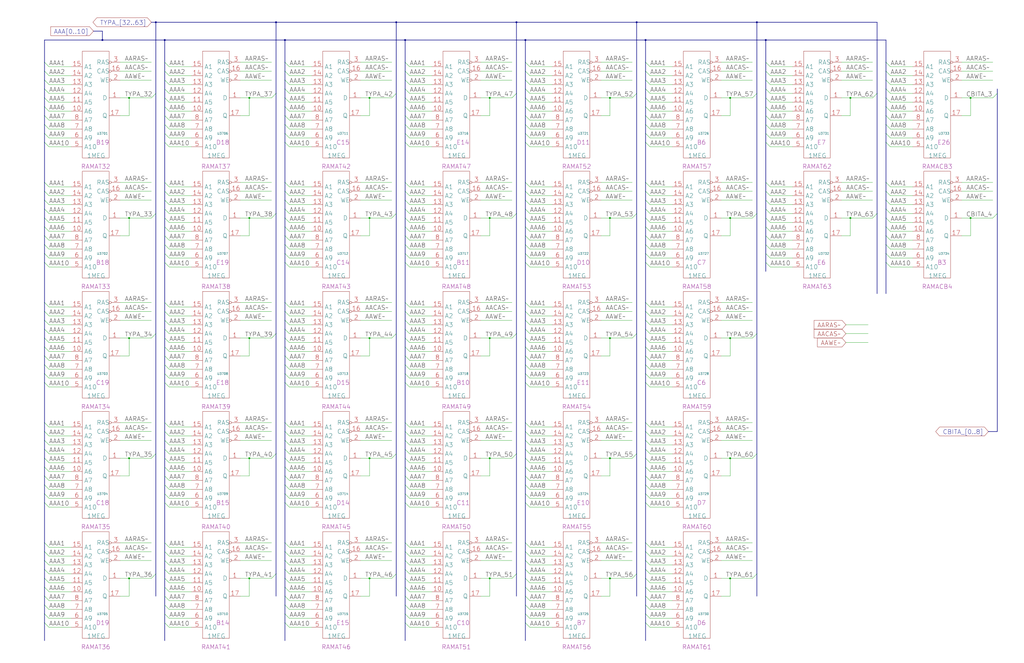
<source format=kicad_sch>
(kicad_sch (version 20230121) (generator eeschema)
  (paper "User" 584.2 378.46)
  (title_block (title "PLANE A DYNAMIC RAMS\\nTYPE BITS 32-63\\nCHECK BITS 3-4") (date "08-MAR-90") (rev "0.0") (comment 1 "MEM32 BOARD") (comment 2 "232-003066") (comment 3 "S400") (comment 4 "RELEASED"))
  (junction (at 279.4 261.62))
  (junction (at 210.82 124.46))
  (junction (at 210.82 193.04))
  (junction (at 553.72 124.46))
  (junction (at 73.66 261.62))
  (junction (at 142.24 193.04))
  (junction (at 294.64 12.7))
  (junction (at 436.88 22.86))
  (junction (at 279.4 330.2))
  (junction (at 210.82 261.62))
  (junction (at 279.4 193.04))
  (junction (at 485.14 55.88))
  (junction (at 73.66 330.2))
  (junction (at 363.22 12.7))
  (junction (at 416.56 193.04))
  (junction (at 368.3 22.86))
  (junction (at 73.66 55.88))
  (junction (at 210.82 330.2))
  (junction (at 73.66 193.04))
  (junction (at 347.98 330.2))
  (junction (at 73.66 124.46))
  (junction (at 226.06 12.7))
  (junction (at 416.56 261.62))
  (junction (at 347.98 193.04))
  (junction (at 142.24 330.2))
  (junction (at 162.56 22.86))
  (junction (at 279.4 124.46))
  (junction (at 279.4 55.88))
  (junction (at 347.98 124.46))
  (junction (at 553.72 55.88))
  (junction (at 142.24 55.88))
  (junction (at 231.14 22.86))
  (junction (at 416.56 330.2))
  (junction (at 431.8 12.7))
  (junction (at 142.24 124.46))
  (junction (at 485.14 124.46))
  (junction (at 142.24 261.62))
  (junction (at 88.9 12.7))
  (junction (at 210.82 55.88))
  (junction (at 416.56 55.88))
  (junction (at 347.98 55.88))
  (junction (at 416.56 124.46))
  (junction (at 58.42 22.86))
  (junction (at 93.98 22.86))
  (junction (at 157.48 12.7))
  (junction (at 299.72 22.86))
  (junction (at 347.98 261.62))
  (bus_entry (at 368.3 281.94) (size 2.54 2.54))
  (bus_entry (at 368.3 35.56) (size 2.54 2.54))
  (bus_entry (at 299.72 218.44) (size 2.54 2.54))
  (bus_entry (at 299.72 134.62) (size 2.54 2.54))
  (bus_entry (at 93.98 50.8) (size 2.54 2.54))
  (bus_entry (at 436.88 119.38) (size 2.54 2.54))
  (bus_entry (at 226.06 190.5) (size -2.54 2.54))
  (bus_entry (at 231.14 114.3) (size 2.54 2.54))
  (bus_entry (at 93.98 246.38) (size 2.54 2.54))
  (bus_entry (at 231.14 213.36) (size 2.54 2.54))
  (bus_entry (at 505.46 66.04) (size 2.54 2.54))
  (bus_entry (at 299.72 81.28) (size 2.54 2.54))
  (bus_entry (at 299.72 76.2) (size 2.54 2.54))
  (bus_entry (at 368.3 172.72) (size 2.54 2.54))
  (bus_entry (at 25.4 149.86) (size 2.54 2.54))
  (bus_entry (at 299.72 50.8) (size 2.54 2.54))
  (bus_entry (at 93.98 76.2) (size 2.54 2.54))
  (bus_entry (at 93.98 81.28) (size 2.54 2.54))
  (bus_entry (at 93.98 314.96) (size 2.54 2.54))
  (bus_entry (at 231.14 218.44) (size 2.54 2.54))
  (bus_entry (at 231.14 177.8) (size 2.54 2.54))
  (bus_entry (at 368.3 114.3) (size 2.54 2.54))
  (bus_entry (at 93.98 266.7) (size 2.54 2.54))
  (bus_entry (at 231.14 340.36) (size 2.54 2.54))
  (bus_entry (at 505.46 60.96) (size 2.54 2.54))
  (bus_entry (at 231.14 309.88) (size 2.54 2.54))
  (bus_entry (at 162.56 335.28) (size 2.54 2.54))
  (bus_entry (at 231.14 241.3) (size 2.54 2.54))
  (bus_entry (at 368.3 266.7) (size 2.54 2.54))
  (bus_entry (at 368.3 320.04) (size 2.54 2.54))
  (bus_entry (at 25.4 241.3) (size 2.54 2.54))
  (bus_entry (at 162.56 340.36) (size 2.54 2.54))
  (bus_entry (at 299.72 287.02) (size 2.54 2.54))
  (bus_entry (at 299.72 203.2) (size 2.54 2.54))
  (bus_entry (at 93.98 104.14) (size 2.54 2.54))
  (bus_entry (at 436.88 45.72) (size 2.54 2.54))
  (bus_entry (at 299.72 345.44) (size 2.54 2.54))
  (bus_entry (at 93.98 109.22) (size 2.54 2.54))
  (bus_entry (at 162.56 144.78) (size 2.54 2.54))
  (bus_entry (at 157.48 259.08) (size -2.54 2.54))
  (bus_entry (at 368.3 149.86) (size 2.54 2.54))
  (bus_entry (at 93.98 256.54) (size 2.54 2.54))
  (bus_entry (at 299.72 55.88) (size 2.54 2.54))
  (bus_entry (at 368.3 335.28) (size 2.54 2.54))
  (bus_entry (at 25.4 193.04) (size 2.54 2.54))
  (bus_entry (at 93.98 144.78) (size 2.54 2.54))
  (bus_entry (at 368.3 177.8) (size 2.54 2.54))
  (bus_entry (at 93.98 350.52) (size 2.54 2.54))
  (bus_entry (at 299.72 350.52) (size 2.54 2.54))
  (bus_entry (at 93.98 35.56) (size 2.54 2.54))
  (bus_entry (at 162.56 76.2) (size 2.54 2.54))
  (bus_entry (at 436.88 71.12) (size 2.54 2.54))
  (bus_entry (at 231.14 45.72) (size 2.54 2.54))
  (bus_entry (at 162.56 281.94) (size 2.54 2.54))
  (bus_entry (at 93.98 124.46) (size 2.54 2.54))
  (bus_entry (at 436.88 124.46) (size 2.54 2.54))
  (bus_entry (at 25.4 325.12) (size 2.54 2.54))
  (bus_entry (at 436.88 50.8) (size 2.54 2.54))
  (bus_entry (at 93.98 276.86) (size 2.54 2.54))
  (bus_entry (at 162.56 355.6) (size 2.54 2.54))
  (bus_entry (at 162.56 66.04) (size 2.54 2.54))
  (bus_entry (at 436.88 139.7) (size 2.54 2.54))
  (bus_entry (at 368.3 134.62) (size 2.54 2.54))
  (bus_entry (at 368.3 218.44) (size 2.54 2.54))
  (bus_entry (at 162.56 320.04) (size 2.54 2.54))
  (bus_entry (at 299.72 45.72) (size 2.54 2.54))
  (bus_entry (at 162.56 271.78) (size 2.54 2.54))
  (bus_entry (at 231.14 104.14) (size 2.54 2.54))
  (bus_entry (at 231.14 330.2) (size 2.54 2.54))
  (bus_entry (at 93.98 134.62) (size 2.54 2.54))
  (bus_entry (at 162.56 314.96) (size 2.54 2.54))
  (bus_entry (at 162.56 287.02) (size 2.54 2.54))
  (bus_entry (at 299.72 271.78) (size 2.54 2.54))
  (bus_entry (at 162.56 309.88) (size 2.54 2.54))
  (bus_entry (at 25.4 198.12) (size 2.54 2.54))
  (bus_entry (at 25.4 266.7) (size 2.54 2.54))
  (bus_entry (at 368.3 261.62) (size 2.54 2.54))
  (bus_entry (at 93.98 193.04) (size 2.54 2.54))
  (bus_entry (at 93.98 60.96) (size 2.54 2.54))
  (bus_entry (at 93.98 129.54) (size 2.54 2.54))
  (bus_entry (at 162.56 81.28) (size 2.54 2.54))
  (bus_entry (at 162.56 276.86) (size 2.54 2.54))
  (bus_entry (at 25.4 271.78) (size 2.54 2.54))
  (bus_entry (at 436.88 35.56) (size 2.54 2.54))
  (bus_entry (at 231.14 251.46) (size 2.54 2.54))
  (bus_entry (at 505.46 104.14) (size 2.54 2.54))
  (bus_entry (at 368.3 213.36) (size 2.54 2.54))
  (bus_entry (at 436.88 66.04) (size 2.54 2.54))
  (bus_entry (at 368.3 60.96) (size 2.54 2.54))
  (bus_entry (at 299.72 35.56) (size 2.54 2.54))
  (bus_entry (at 162.56 134.62) (size 2.54 2.54))
  (bus_entry (at 368.3 355.6) (size 2.54 2.54))
  (bus_entry (at 162.56 325.12) (size 2.54 2.54))
  (bus_entry (at 25.4 187.96) (size 2.54 2.54))
  (bus_entry (at 231.14 271.78) (size 2.54 2.54))
  (bus_entry (at 162.56 71.12) (size 2.54 2.54))
  (bus_entry (at 25.4 276.86) (size 2.54 2.54))
  (bus_entry (at 231.14 172.72) (size 2.54 2.54))
  (bus_entry (at 162.56 218.44) (size 2.54 2.54))
  (bus_entry (at 299.72 104.14) (size 2.54 2.54))
  (bus_entry (at 162.56 124.46) (size 2.54 2.54))
  (bus_entry (at 162.56 172.72) (size 2.54 2.54))
  (bus_entry (at 505.46 134.62) (size 2.54 2.54))
  (bus_entry (at 368.3 124.46) (size 2.54 2.54))
  (bus_entry (at 226.06 121.92) (size -2.54 2.54))
  (bus_entry (at 299.72 335.28) (size 2.54 2.54))
  (bus_entry (at 363.22 259.08) (size -2.54 2.54))
  (bus_entry (at 231.14 149.86) (size 2.54 2.54))
  (bus_entry (at 299.72 129.54) (size 2.54 2.54))
  (bus_entry (at 231.14 134.62) (size 2.54 2.54))
  (bus_entry (at 368.3 198.12) (size 2.54 2.54))
  (bus_entry (at 436.88 114.3) (size 2.54 2.54))
  (bus_entry (at 231.14 139.7) (size 2.54 2.54))
  (bus_entry (at 162.56 40.64) (size 2.54 2.54))
  (bus_entry (at 368.3 139.7) (size 2.54 2.54))
  (bus_entry (at 299.72 340.36) (size 2.54 2.54))
  (bus_entry (at 162.56 182.88) (size 2.54 2.54))
  (bus_entry (at 299.72 187.96) (size 2.54 2.54))
  (bus_entry (at 162.56 35.56) (size 2.54 2.54))
  (bus_entry (at 363.22 121.92) (size -2.54 2.54))
  (bus_entry (at 162.56 345.44) (size 2.54 2.54))
  (bus_entry (at 93.98 213.36) (size 2.54 2.54))
  (bus_entry (at 368.3 203.2) (size 2.54 2.54))
  (bus_entry (at 368.3 104.14) (size 2.54 2.54))
  (bus_entry (at 368.3 246.38) (size 2.54 2.54))
  (bus_entry (at 231.14 50.8) (size 2.54 2.54))
  (bus_entry (at 231.14 345.44) (size 2.54 2.54))
  (bus_entry (at 368.3 144.78) (size 2.54 2.54))
  (bus_entry (at 231.14 314.96) (size 2.54 2.54))
  (bus_entry (at 231.14 55.88) (size 2.54 2.54))
  (bus_entry (at 431.8 327.66) (size -2.54 2.54))
  (bus_entry (at 299.72 182.88) (size 2.54 2.54))
  (bus_entry (at 368.3 314.96) (size 2.54 2.54))
  (bus_entry (at 162.56 213.36) (size 2.54 2.54))
  (bus_entry (at 299.72 71.12) (size 2.54 2.54))
  (bus_entry (at 368.3 66.04) (size 2.54 2.54))
  (bus_entry (at 25.4 340.36) (size 2.54 2.54))
  (bus_entry (at 505.46 35.56) (size 2.54 2.54))
  (bus_entry (at 231.14 187.96) (size 2.54 2.54))
  (bus_entry (at 299.72 149.86) (size 2.54 2.54))
  (bus_entry (at 226.06 259.08) (size -2.54 2.54))
  (bus_entry (at 93.98 335.28) (size 2.54 2.54))
  (bus_entry (at 505.46 149.86) (size 2.54 2.54))
  (bus_entry (at 25.4 350.52) (size 2.54 2.54))
  (bus_entry (at 93.98 241.3) (size 2.54 2.54))
  (bus_entry (at 436.88 149.86) (size 2.54 2.54))
  (bus_entry (at 162.56 251.46) (size 2.54 2.54))
  (bus_entry (at 25.4 177.8) (size 2.54 2.54))
  (bus_entry (at 368.3 271.78) (size 2.54 2.54))
  (bus_entry (at 368.3 55.88) (size 2.54 2.54))
  (bus_entry (at 368.3 45.72) (size 2.54 2.54))
  (bus_entry (at 231.14 198.12) (size 2.54 2.54))
  (bus_entry (at 93.98 325.12) (size 2.54 2.54))
  (bus_entry (at 231.14 350.52) (size 2.54 2.54))
  (bus_entry (at 299.72 256.54) (size 2.54 2.54))
  (bus_entry (at 231.14 203.2) (size 2.54 2.54))
  (bus_entry (at 505.46 50.8) (size 2.54 2.54))
  (bus_entry (at 25.4 251.46) (size 2.54 2.54))
  (bus_entry (at 25.4 218.44) (size 2.54 2.54))
  (bus_entry (at 93.98 55.88) (size 2.54 2.54))
  (bus_entry (at 25.4 335.28) (size 2.54 2.54))
  (bus_entry (at 431.8 190.5) (size -2.54 2.54))
  (bus_entry (at 231.14 355.6) (size 2.54 2.54))
  (bus_entry (at 157.48 327.66) (size -2.54 2.54))
  (bus_entry (at 299.72 66.04) (size 2.54 2.54))
  (bus_entry (at 505.46 40.64) (size 2.54 2.54))
  (bus_entry (at 25.4 45.72) (size 2.54 2.54))
  (bus_entry (at 25.4 114.3) (size 2.54 2.54))
  (bus_entry (at 299.72 177.8) (size 2.54 2.54))
  (bus_entry (at 431.8 53.34) (size -2.54 2.54))
  (bus_entry (at 436.88 129.54) (size 2.54 2.54))
  (bus_entry (at 93.98 172.72) (size 2.54 2.54))
  (bus_entry (at 25.4 60.96) (size 2.54 2.54))
  (bus_entry (at 93.98 309.88) (size 2.54 2.54))
  (bus_entry (at 299.72 109.22) (size 2.54 2.54))
  (bus_entry (at 231.14 266.7) (size 2.54 2.54))
  (bus_entry (at 25.4 139.7) (size 2.54 2.54))
  (bus_entry (at 157.48 190.5) (size -2.54 2.54))
  (bus_entry (at 25.4 119.38) (size 2.54 2.54))
  (bus_entry (at 505.46 114.3) (size 2.54 2.54))
  (bus_entry (at 294.64 53.34) (size -2.54 2.54))
  (bus_entry (at 299.72 60.96) (size 2.54 2.54))
  (bus_entry (at 231.14 193.04) (size 2.54 2.54))
  (bus_entry (at 93.98 66.04) (size 2.54 2.54))
  (bus_entry (at 231.14 325.12) (size 2.54 2.54))
  (bus_entry (at 231.14 320.04) (size 2.54 2.54))
  (bus_entry (at 162.56 149.86) (size 2.54 2.54))
  (bus_entry (at 226.06 327.66) (size -2.54 2.54))
  (bus_entry (at 368.3 350.52) (size 2.54 2.54))
  (bus_entry (at 363.22 53.34) (size -2.54 2.54))
  (bus_entry (at 88.9 121.92) (size -2.54 2.54))
  (bus_entry (at 568.96 121.92) (size -2.54 2.54))
  (bus_entry (at 25.4 355.6) (size 2.54 2.54))
  (bus_entry (at 93.98 330.2) (size 2.54 2.54))
  (bus_entry (at 368.3 345.44) (size 2.54 2.54))
  (bus_entry (at 299.72 309.88) (size 2.54 2.54))
  (bus_entry (at 231.14 144.78) (size 2.54 2.54))
  (bus_entry (at 368.3 325.12) (size 2.54 2.54))
  (bus_entry (at 231.14 276.86) (size 2.54 2.54))
  (bus_entry (at 162.56 266.7) (size 2.54 2.54))
  (bus_entry (at 25.4 40.64) (size 2.54 2.54))
  (bus_entry (at 368.3 50.8) (size 2.54 2.54))
  (bus_entry (at 299.72 208.28) (size 2.54 2.54))
  (bus_entry (at 231.14 287.02) (size 2.54 2.54))
  (bus_entry (at 162.56 129.54) (size 2.54 2.54))
  (bus_entry (at 25.4 144.78) (size 2.54 2.54))
  (bus_entry (at 25.4 134.62) (size 2.54 2.54))
  (bus_entry (at 299.72 276.86) (size 2.54 2.54))
  (bus_entry (at 299.72 213.36) (size 2.54 2.54))
  (bus_entry (at 162.56 119.38) (size 2.54 2.54))
  (bus_entry (at 231.14 66.04) (size 2.54 2.54))
  (bus_entry (at 162.56 50.8) (size 2.54 2.54))
  (bus_entry (at 93.98 261.62) (size 2.54 2.54))
  (bus_entry (at 436.88 40.64) (size 2.54 2.54))
  (bus_entry (at 25.4 287.02) (size 2.54 2.54))
  (bus_entry (at 231.14 124.46) (size 2.54 2.54))
  (bus_entry (at 231.14 256.54) (size 2.54 2.54))
  (bus_entry (at 162.56 55.88) (size 2.54 2.54))
  (bus_entry (at 505.46 109.22) (size 2.54 2.54))
  (bus_entry (at 436.88 144.78) (size 2.54 2.54))
  (bus_entry (at 431.8 259.08) (size -2.54 2.54))
  (bus_entry (at 93.98 45.72) (size 2.54 2.54))
  (bus_entry (at 25.4 104.14) (size 2.54 2.54))
  (bus_entry (at 25.4 246.38) (size 2.54 2.54))
  (bus_entry (at 368.3 193.04) (size 2.54 2.54))
  (bus_entry (at 25.4 109.22) (size 2.54 2.54))
  (bus_entry (at 299.72 114.3) (size 2.54 2.54))
  (bus_entry (at 25.4 309.88) (size 2.54 2.54))
  (bus_entry (at 162.56 241.3) (size 2.54 2.54))
  (bus_entry (at 505.46 124.46) (size 2.54 2.54))
  (bus_entry (at 436.88 76.2) (size 2.54 2.54))
  (bus_entry (at 299.72 144.78) (size 2.54 2.54))
  (bus_entry (at 162.56 203.2) (size 2.54 2.54))
  (bus_entry (at 299.72 198.12) (size 2.54 2.54))
  (bus_entry (at 231.14 129.54) (size 2.54 2.54))
  (bus_entry (at 231.14 76.2) (size 2.54 2.54))
  (bus_entry (at 231.14 246.38) (size 2.54 2.54))
  (bus_entry (at 231.14 281.94) (size 2.54 2.54))
  (bus_entry (at 25.4 182.88) (size 2.54 2.54))
  (bus_entry (at 505.46 129.54) (size 2.54 2.54))
  (bus_entry (at 299.72 320.04) (size 2.54 2.54))
  (bus_entry (at 368.3 340.36) (size 2.54 2.54))
  (bus_entry (at 299.72 241.3) (size 2.54 2.54))
  (bus_entry (at 368.3 241.3) (size 2.54 2.54))
  (bus_entry (at 25.4 172.72) (size 2.54 2.54))
  (bus_entry (at 368.3 256.54) (size 2.54 2.54))
  (bus_entry (at 25.4 81.28) (size 2.54 2.54))
  (bus_entry (at 431.8 121.92) (size -2.54 2.54))
  (bus_entry (at 25.4 76.2) (size 2.54 2.54))
  (bus_entry (at 25.4 314.96) (size 2.54 2.54))
  (bus_entry (at 299.72 314.96) (size 2.54 2.54))
  (bus_entry (at 368.3 208.28) (size 2.54 2.54))
  (bus_entry (at 436.88 134.62) (size 2.54 2.54))
  (bus_entry (at 436.88 60.96) (size 2.54 2.54))
  (bus_entry (at 93.98 287.02) (size 2.54 2.54))
  (bus_entry (at 231.14 109.22) (size 2.54 2.54))
  (bus_entry (at 93.98 251.46) (size 2.54 2.54))
  (bus_entry (at 93.98 177.8) (size 2.54 2.54))
  (bus_entry (at 500.38 53.34) (size -2.54 2.54))
  (bus_entry (at 294.64 259.08) (size -2.54 2.54))
  (bus_entry (at 25.4 71.12) (size 2.54 2.54))
  (bus_entry (at 162.56 193.04) (size 2.54 2.54))
  (bus_entry (at 25.4 256.54) (size 2.54 2.54))
  (bus_entry (at 93.98 198.12) (size 2.54 2.54))
  (bus_entry (at 231.14 182.88) (size 2.54 2.54))
  (bus_entry (at 162.56 261.62) (size 2.54 2.54))
  (bus_entry (at 25.4 124.46) (size 2.54 2.54))
  (bus_entry (at 162.56 330.2) (size 2.54 2.54))
  (bus_entry (at 157.48 53.34) (size -2.54 2.54))
  (bus_entry (at 157.48 121.92) (size -2.54 2.54))
  (bus_entry (at 231.14 208.28) (size 2.54 2.54))
  (bus_entry (at 368.3 71.12) (size 2.54 2.54))
  (bus_entry (at 436.88 55.88) (size 2.54 2.54))
  (bus_entry (at 294.64 190.5) (size -2.54 2.54))
  (bus_entry (at 505.46 144.78) (size 2.54 2.54))
  (bus_entry (at 368.3 276.86) (size 2.54 2.54))
  (bus_entry (at 162.56 187.96) (size 2.54 2.54))
  (bus_entry (at 368.3 109.22) (size 2.54 2.54))
  (bus_entry (at 162.56 45.72) (size 2.54 2.54))
  (bus_entry (at 93.98 71.12) (size 2.54 2.54))
  (bus_entry (at 231.14 71.12) (size 2.54 2.54))
  (bus_entry (at 231.14 81.28) (size 2.54 2.54))
  (bus_entry (at 299.72 261.62) (size 2.54 2.54))
  (bus_entry (at 299.72 119.38) (size 2.54 2.54))
  (bus_entry (at 368.3 309.88) (size 2.54 2.54))
  (bus_entry (at 25.4 320.04) (size 2.54 2.54))
  (bus_entry (at 25.4 50.8) (size 2.54 2.54))
  (bus_entry (at 93.98 187.96) (size 2.54 2.54))
  (bus_entry (at 299.72 246.38) (size 2.54 2.54))
  (bus_entry (at 294.64 121.92) (size -2.54 2.54))
  (bus_entry (at 299.72 251.46) (size 2.54 2.54))
  (bus_entry (at 231.14 119.38) (size 2.54 2.54))
  (bus_entry (at 299.72 330.2) (size 2.54 2.54))
  (bus_entry (at 299.72 124.46) (size 2.54 2.54))
  (bus_entry (at 25.4 35.56) (size 2.54 2.54))
  (bus_entry (at 505.46 55.88) (size 2.54 2.54))
  (bus_entry (at 93.98 40.64) (size 2.54 2.54))
  (bus_entry (at 505.46 76.2) (size 2.54 2.54))
  (bus_entry (at 162.56 256.54) (size 2.54 2.54))
  (bus_entry (at 162.56 104.14) (size 2.54 2.54))
  (bus_entry (at 25.4 281.94) (size 2.54 2.54))
  (bus_entry (at 88.9 259.08) (size -2.54 2.54))
  (bus_entry (at 162.56 109.22) (size 2.54 2.54))
  (bus_entry (at 93.98 281.94) (size 2.54 2.54))
  (bus_entry (at 93.98 114.3) (size 2.54 2.54))
  (bus_entry (at 368.3 129.54) (size 2.54 2.54))
  (bus_entry (at 299.72 281.94) (size 2.54 2.54))
  (bus_entry (at 25.4 203.2) (size 2.54 2.54))
  (bus_entry (at 368.3 187.96) (size 2.54 2.54))
  (bus_entry (at 25.4 330.2) (size 2.54 2.54))
  (bus_entry (at 88.9 327.66) (size -2.54 2.54))
  (bus_entry (at 93.98 119.38) (size 2.54 2.54))
  (bus_entry (at 436.88 81.28) (size 2.54 2.54))
  (bus_entry (at 505.46 139.7) (size 2.54 2.54))
  (bus_entry (at 162.56 208.28) (size 2.54 2.54))
  (bus_entry (at 231.14 335.28) (size 2.54 2.54))
  (bus_entry (at 88.9 53.34) (size -2.54 2.54))
  (bus_entry (at 231.14 261.62) (size 2.54 2.54))
  (bus_entry (at 568.96 53.34) (size -2.54 2.54))
  (bus_entry (at 162.56 350.52) (size 2.54 2.54))
  (bus_entry (at 93.98 149.86) (size 2.54 2.54))
  (bus_entry (at 93.98 345.44) (size 2.54 2.54))
  (bus_entry (at 93.98 182.88) (size 2.54 2.54))
  (bus_entry (at 368.3 287.02) (size 2.54 2.54))
  (bus_entry (at 368.3 251.46) (size 2.54 2.54))
  (bus_entry (at 299.72 355.6) (size 2.54 2.54))
  (bus_entry (at 299.72 193.04) (size 2.54 2.54))
  (bus_entry (at 231.14 35.56) (size 2.54 2.54))
  (bus_entry (at 226.06 53.34) (size -2.54 2.54))
  (bus_entry (at 505.46 45.72) (size 2.54 2.54))
  (bus_entry (at 93.98 208.28) (size 2.54 2.54))
  (bus_entry (at 294.64 327.66) (size -2.54 2.54))
  (bus_entry (at 25.4 213.36) (size 2.54 2.54))
  (bus_entry (at 505.46 119.38) (size 2.54 2.54))
  (bus_entry (at 505.46 71.12) (size 2.54 2.54))
  (bus_entry (at 363.22 190.5) (size -2.54 2.54))
  (bus_entry (at 162.56 60.96) (size 2.54 2.54))
  (bus_entry (at 162.56 177.8) (size 2.54 2.54))
  (bus_entry (at 299.72 172.72) (size 2.54 2.54))
  (bus_entry (at 500.38 121.92) (size -2.54 2.54))
  (bus_entry (at 25.4 55.88) (size 2.54 2.54))
  (bus_entry (at 88.9 190.5) (size -2.54 2.54))
  (bus_entry (at 299.72 139.7) (size 2.54 2.54))
  (bus_entry (at 299.72 40.64) (size 2.54 2.54))
  (bus_entry (at 368.3 40.64) (size 2.54 2.54))
  (bus_entry (at 25.4 261.62) (size 2.54 2.54))
  (bus_entry (at 368.3 76.2) (size 2.54 2.54))
  (bus_entry (at 93.98 355.6) (size 2.54 2.54))
  (bus_entry (at 368.3 330.2) (size 2.54 2.54))
  (bus_entry (at 25.4 129.54) (size 2.54 2.54))
  (bus_entry (at 93.98 340.36) (size 2.54 2.54))
  (bus_entry (at 368.3 119.38) (size 2.54 2.54))
  (bus_entry (at 93.98 203.2) (size 2.54 2.54))
  (bus_entry (at 25.4 208.28) (size 2.54 2.54))
  (bus_entry (at 162.56 198.12) (size 2.54 2.54))
  (bus_entry (at 93.98 139.7) (size 2.54 2.54))
  (bus_entry (at 368.3 81.28) (size 2.54 2.54))
  (bus_entry (at 299.72 266.7) (size 2.54 2.54))
  (bus_entry (at 93.98 271.78) (size 2.54 2.54))
  (bus_entry (at 299.72 325.12) (size 2.54 2.54))
  (bus_entry (at 162.56 139.7) (size 2.54 2.54))
  (bus_entry (at 162.56 114.3) (size 2.54 2.54))
  (bus_entry (at 231.14 40.64) (size 2.54 2.54))
  (bus_entry (at 363.22 327.66) (size -2.54 2.54))
  (bus_entry (at 436.88 104.14) (size 2.54 2.54))
  (bus_entry (at 505.46 81.28) (size 2.54 2.54))
  (bus_entry (at 25.4 66.04) (size 2.54 2.54))
  (bus_entry (at 93.98 218.44) (size 2.54 2.54))
  (bus_entry (at 436.88 109.22) (size 2.54 2.54))
  (bus_entry (at 25.4 345.44) (size 2.54 2.54))
  (bus_entry (at 162.56 246.38) (size 2.54 2.54))
  (bus_entry (at 231.14 60.96) (size 2.54 2.54))
  (bus_entry (at 93.98 320.04) (size 2.54 2.54))
  (bus_entry (at 368.3 182.88) (size 2.54 2.54))
  (bus (pts (xy 162.56 104.14) (xy 162.56 109.22)))
  (wire (pts (xy 342.9 172.72) (xy 360.68 172.72)))
  (wire (pts (xy 508 83.82) (xy 520.7 83.82)))
  (bus (pts (xy 231.14 330.2) (xy 231.14 335.28)))
  (bus (pts (xy 368.3 208.28) (xy 368.3 213.36)))
  (bus (pts (xy 299.72 35.56) (xy 299.72 40.64)))
  (bus (pts (xy 25.4 251.46) (xy 25.4 256.54)))
  (wire (pts (xy 302.26 147.32) (xy 314.96 147.32)))
  (wire (pts (xy 274.32 182.88) (xy 292.1 182.88)))
  (wire (pts (xy 205.74 182.88) (xy 223.52 182.88)))
  (wire (pts (xy 27.94 220.98) (xy 40.64 220.98)))
  (bus (pts (xy 505.46 129.54) (xy 505.46 134.62)))
  (wire (pts (xy 205.74 246.38) (xy 223.52 246.38)))
  (bus (pts (xy 231.14 104.14) (xy 231.14 109.22)))
  (wire (pts (xy 142.24 193.04) (xy 154.94 193.04)))
  (wire (pts (xy 96.52 116.84) (xy 109.22 116.84)))
  (wire (pts (xy 485.14 134.62) (xy 485.14 124.46)))
  (wire (pts (xy 411.48 66.04) (xy 416.56 66.04)))
  (wire (pts (xy 27.94 58.42) (xy 40.64 58.42)))
  (bus (pts (xy 93.98 256.54) (xy 93.98 261.62)))
  (bus (pts (xy 25.4 287.02) (xy 25.4 309.88)))
  (bus (pts (xy 25.4 281.94) (xy 25.4 287.02)))
  (bus (pts (xy 231.14 55.88) (xy 231.14 60.96)))
  (bus (pts (xy 93.98 276.86) (xy 93.98 281.94)))
  (bus (pts (xy 368.3 246.38) (xy 368.3 251.46)))
  (bus (pts (xy 25.4 129.54) (xy 25.4 134.62)))
  (wire (pts (xy 210.82 340.36) (xy 210.82 330.2)))
  (wire (pts (xy 73.66 271.78) (xy 73.66 261.62)))
  (wire (pts (xy 68.58 193.04) (xy 73.66 193.04)))
  (wire (pts (xy 137.16 109.22) (xy 154.94 109.22)))
  (wire (pts (xy 233.68 73.66) (xy 246.38 73.66)))
  (wire (pts (xy 233.68 205.74) (xy 246.38 205.74)))
  (bus (pts (xy 231.14 119.38) (xy 231.14 124.46)))
  (bus (pts (xy 231.14 325.12) (xy 231.14 330.2)))
  (wire (pts (xy 96.52 353.06) (xy 109.22 353.06)))
  (wire (pts (xy 165.1 284.48) (xy 177.8 284.48)))
  (bus (pts (xy 231.14 218.44) (xy 231.14 241.3)))
  (bus (pts (xy 162.56 241.3) (xy 162.56 246.38)))
  (wire (pts (xy 302.26 353.06) (xy 314.96 353.06)))
  (wire (pts (xy 27.94 137.16) (xy 40.64 137.16)))
  (bus (pts (xy 93.98 177.8) (xy 93.98 182.88)))
  (wire (pts (xy 205.74 55.88) (xy 210.82 55.88)))
  (wire (pts (xy 411.48 241.3) (xy 429.26 241.3)))
  (wire (pts (xy 480.06 66.04) (xy 485.14 66.04)))
  (wire (pts (xy 302.26 337.82) (xy 314.96 337.82)))
  (wire (pts (xy 68.58 309.88) (xy 86.36 309.88)))
  (wire (pts (xy 302.26 342.9) (xy 314.96 342.9)))
  (wire (pts (xy 96.52 63.5) (xy 109.22 63.5)))
  (wire (pts (xy 233.68 127) (xy 246.38 127)))
  (wire (pts (xy 485.14 124.46) (xy 497.84 124.46)))
  (wire (pts (xy 165.1 342.9) (xy 177.8 342.9)))
  (wire (pts (xy 274.32 124.46) (xy 279.4 124.46)))
  (wire (pts (xy 165.1 175.26) (xy 177.8 175.26)))
  (wire (pts (xy 96.52 68.58) (xy 109.22 68.58)))
  (bus (pts (xy 299.72 149.86) (xy 299.72 172.72)))
  (wire (pts (xy 480.06 124.46) (xy 485.14 124.46)))
  (wire (pts (xy 96.52 259.08) (xy 109.22 259.08)))
  (wire (pts (xy 411.48 320.04) (xy 429.26 320.04)))
  (wire (pts (xy 370.84 111.76) (xy 383.54 111.76)))
  (bus (pts (xy 162.56 76.2) (xy 162.56 81.28)))
  (wire (pts (xy 508 38.1) (xy 520.7 38.1)))
  (bus (pts (xy 563.88 246.38) (xy 568.96 246.38)))
  (wire (pts (xy 205.74 251.46) (xy 223.52 251.46)))
  (wire (pts (xy 416.56 55.88) (xy 429.26 55.88)))
  (wire (pts (xy 68.58 177.8) (xy 86.36 177.8)))
  (wire (pts (xy 27.94 185.42) (xy 40.64 185.42)))
  (wire (pts (xy 96.52 137.16) (xy 109.22 137.16)))
  (bus (pts (xy 299.72 187.96) (xy 299.72 193.04)))
  (bus (pts (xy 25.4 35.56) (xy 25.4 40.64)))
  (bus (pts (xy 505.46 139.7) (xy 505.46 144.78)))
  (wire (pts (xy 137.16 241.3) (xy 154.94 241.3)))
  (wire (pts (xy 347.98 134.62) (xy 347.98 124.46)))
  (bus (pts (xy 231.14 287.02) (xy 231.14 309.88)))
  (wire (pts (xy 68.58 330.2) (xy 73.66 330.2)))
  (bus (pts (xy 162.56 193.04) (xy 162.56 198.12)))
  (bus (pts (xy 368.3 172.72) (xy 368.3 177.8)))
  (wire (pts (xy 68.58 314.96) (xy 86.36 314.96)))
  (wire (pts (xy 302.26 259.08) (xy 314.96 259.08)))
  (bus (pts (xy 299.72 45.72) (xy 299.72 50.8)))
  (bus (pts (xy 299.72 139.7) (xy 299.72 144.78)))
  (bus (pts (xy 25.4 261.62) (xy 25.4 266.7)))
  (bus (pts (xy 231.14 187.96) (xy 231.14 193.04)))
  (wire (pts (xy 233.68 68.58) (xy 246.38 68.58)))
  (bus (pts (xy 162.56 81.28) (xy 162.56 104.14)))
  (wire (pts (xy 302.26 152.4) (xy 314.96 152.4)))
  (bus (pts (xy 93.98 271.78) (xy 93.98 276.86)))
  (bus (pts (xy 363.22 327.66) (xy 363.22 340.36)))
  (bus (pts (xy 231.14 213.36) (xy 231.14 218.44)))
  (wire (pts (xy 96.52 317.5) (xy 109.22 317.5)))
  (wire (pts (xy 370.84 279.4) (xy 383.54 279.4)))
  (bus (pts (xy 299.72 208.28) (xy 299.72 213.36)))
  (wire (pts (xy 96.52 205.74) (xy 109.22 205.74)))
  (wire (pts (xy 27.94 38.1) (xy 40.64 38.1)))
  (wire (pts (xy 165.1 142.24) (xy 177.8 142.24)))
  (wire (pts (xy 411.48 246.38) (xy 429.26 246.38)))
  (bus (pts (xy 363.22 12.7) (xy 363.22 53.34)))
  (bus (pts (xy 505.46 35.56) (xy 505.46 40.64)))
  (wire (pts (xy 137.16 330.2) (xy 142.24 330.2)))
  (wire (pts (xy 27.94 322.58) (xy 40.64 322.58)))
  (wire (pts (xy 142.24 203.2) (xy 142.24 193.04)))
  (wire (pts (xy 165.1 259.08) (xy 177.8 259.08)))
  (bus (pts (xy 93.98 208.28) (xy 93.98 213.36)))
  (wire (pts (xy 302.26 279.4) (xy 314.96 279.4)))
  (wire (pts (xy 370.84 121.92) (xy 383.54 121.92)))
  (wire (pts (xy 480.06 134.62) (xy 485.14 134.62)))
  (bus (pts (xy 25.4 182.88) (xy 25.4 187.96)))
  (bus (pts (xy 93.98 241.3) (xy 93.98 246.38)))
  (wire (pts (xy 142.24 271.78) (xy 142.24 261.62)))
  (wire (pts (xy 142.24 124.46) (xy 154.94 124.46)))
  (wire (pts (xy 233.68 152.4) (xy 246.38 152.4)))
  (bus (pts (xy 368.3 320.04) (xy 368.3 325.12)))
  (bus (pts (xy 299.72 129.54) (xy 299.72 134.62)))
  (bus (pts (xy 436.88 124.46) (xy 436.88 129.54)))
  (wire (pts (xy 96.52 322.58) (xy 109.22 322.58)))
  (bus (pts (xy 368.3 22.86) (xy 436.88 22.86)))
  (wire (pts (xy 96.52 337.82) (xy 109.22 337.82)))
  (wire (pts (xy 302.26 322.58) (xy 314.96 322.58)))
  (bus (pts (xy 368.3 266.7) (xy 368.3 271.78)))
  (bus (pts (xy 231.14 182.88) (xy 231.14 187.96)))
  (wire (pts (xy 370.84 337.82) (xy 383.54 337.82)))
  (bus (pts (xy 162.56 309.88) (xy 162.56 314.96)))
  (wire (pts (xy 68.58 35.56) (xy 86.36 35.56)))
  (bus (pts (xy 505.46 66.04) (xy 505.46 71.12)))
  (bus (pts (xy 231.14 109.22) (xy 231.14 114.3)))
  (bus (pts (xy 25.4 193.04) (xy 25.4 198.12)))
  (bus (pts (xy 299.72 241.3) (xy 299.72 246.38)))
  (wire (pts (xy 370.84 332.74) (xy 383.54 332.74)))
  (bus (pts (xy 368.3 139.7) (xy 368.3 144.78)))
  (wire (pts (xy 27.94 127) (xy 40.64 127)))
  (wire (pts (xy 27.94 284.48) (xy 40.64 284.48)))
  (bus (pts (xy 25.4 139.7) (xy 25.4 144.78)))
  (bus (pts (xy 162.56 144.78) (xy 162.56 149.86)))
  (wire (pts (xy 233.68 43.18) (xy 246.38 43.18)))
  (wire (pts (xy 302.26 83.82) (xy 314.96 83.82)))
  (wire (pts (xy 27.94 332.74) (xy 40.64 332.74)))
  (bus (pts (xy 368.3 129.54) (xy 368.3 134.62)))
  (wire (pts (xy 342.9 55.88) (xy 347.98 55.88)))
  (wire (pts (xy 96.52 78.74) (xy 109.22 78.74)))
  (bus (pts (xy 299.72 335.28) (xy 299.72 340.36)))
  (wire (pts (xy 370.84 63.5) (xy 383.54 63.5)))
  (bus (pts (xy 25.4 320.04) (xy 25.4 325.12)))
  (bus (pts (xy 25.4 109.22) (xy 25.4 114.3)))
  (wire (pts (xy 96.52 43.18) (xy 109.22 43.18)))
  (wire (pts (xy 508 152.4) (xy 520.7 152.4)))
  (wire (pts (xy 439.42 137.16) (xy 452.12 137.16)))
  (bus (pts (xy 93.98 281.94) (xy 93.98 287.02)))
  (bus (pts (xy 162.56 345.44) (xy 162.56 350.52)))
  (wire (pts (xy 411.48 124.46) (xy 416.56 124.46)))
  (wire (pts (xy 233.68 147.32) (xy 246.38 147.32)))
  (bus (pts (xy 431.8 259.08) (xy 431.8 327.66)))
  (wire (pts (xy 233.68 317.5) (xy 246.38 317.5)))
  (wire (pts (xy 68.58 104.14) (xy 86.36 104.14)))
  (wire (pts (xy 370.84 269.24) (xy 383.54 269.24)))
  (wire (pts (xy 342.9 40.64) (xy 360.68 40.64)))
  (bus (pts (xy 93.98 350.52) (xy 93.98 355.6)))
  (wire (pts (xy 73.66 193.04) (xy 86.36 193.04)))
  (bus (pts (xy 368.3 203.2) (xy 368.3 208.28)))
  (wire (pts (xy 347.98 330.2) (xy 360.68 330.2)))
  (wire (pts (xy 27.94 142.24) (xy 40.64 142.24)))
  (wire (pts (xy 96.52 48.26) (xy 109.22 48.26)))
  (wire (pts (xy 210.82 55.88) (xy 223.52 55.88)))
  (bus (pts (xy 368.3 40.64) (xy 368.3 45.72)))
  (wire (pts (xy 96.52 269.24) (xy 109.22 269.24)))
  (bus (pts (xy 368.3 119.38) (xy 368.3 124.46)))
  (bus (pts (xy 162.56 134.62) (xy 162.56 139.7)))
  (bus (pts (xy 162.56 355.6) (xy 162.56 365.76)))
  (wire (pts (xy 342.9 66.04) (xy 347.98 66.04)))
  (wire (pts (xy 508 147.32) (xy 520.7 147.32)))
  (wire (pts (xy 370.84 284.48) (xy 383.54 284.48)))
  (wire (pts (xy 165.1 332.74) (xy 177.8 332.74)))
  (wire (pts (xy 205.74 271.78) (xy 210.82 271.78)))
  (wire (pts (xy 416.56 193.04) (xy 429.26 193.04)))
  (bus (pts (xy 162.56 71.12) (xy 162.56 76.2)))
  (bus (pts (xy 299.72 213.36) (xy 299.72 218.44)))
  (bus (pts (xy 25.4 325.12) (xy 25.4 330.2)))
  (wire (pts (xy 370.84 358.14) (xy 383.54 358.14)))
  (wire (pts (xy 165.1 121.92) (xy 177.8 121.92)))
  (wire (pts (xy 142.24 340.36) (xy 142.24 330.2)))
  (bus (pts (xy 505.46 104.14) (xy 505.46 109.22)))
  (bus (pts (xy 226.06 190.5) (xy 226.06 259.08)))
  (wire (pts (xy 96.52 243.84) (xy 109.22 243.84)))
  (wire (pts (xy 165.1 347.98) (xy 177.8 347.98)))
  (wire (pts (xy 165.1 63.5) (xy 177.8 63.5)))
  (wire (pts (xy 439.42 43.18) (xy 452.12 43.18)))
  (wire (pts (xy 370.84 312.42) (xy 383.54 312.42)))
  (bus (pts (xy 436.88 134.62) (xy 436.88 139.7)))
  (bus (pts (xy 231.14 261.62) (xy 231.14 266.7)))
  (wire (pts (xy 96.52 38.1) (xy 109.22 38.1)))
  (wire (pts (xy 485.14 66.04) (xy 485.14 55.88)))
  (wire (pts (xy 416.56 203.2) (xy 416.56 193.04)))
  (wire (pts (xy 274.32 45.72) (xy 292.1 45.72)))
  (wire (pts (xy 27.94 200.66) (xy 40.64 200.66)))
  (bus (pts (xy 368.3 330.2) (xy 368.3 335.28)))
  (wire (pts (xy 27.94 175.26) (xy 40.64 175.26)))
  (bus (pts (xy 162.56 177.8) (xy 162.56 182.88)))
  (bus (pts (xy 25.4 144.78) (xy 25.4 149.86)))
  (wire (pts (xy 96.52 73.66) (xy 109.22 73.66)))
  (bus (pts (xy 299.72 22.86) (xy 368.3 22.86)))
  (wire (pts (xy 68.58 340.36) (xy 73.66 340.36)))
  (bus (pts (xy 88.9 121.92) (xy 88.9 190.5)))
  (wire (pts (xy 96.52 200.66) (xy 109.22 200.66)))
  (wire (pts (xy 27.94 317.5) (xy 40.64 317.5)))
  (wire (pts (xy 279.4 203.2) (xy 279.4 193.04)))
  (wire (pts (xy 165.1 48.26) (xy 177.8 48.26)))
  (wire (pts (xy 233.68 337.82) (xy 246.38 337.82)))
  (bus (pts (xy 231.14 71.12) (xy 231.14 76.2)))
  (wire (pts (xy 233.68 137.16) (xy 246.38 137.16)))
  (bus (pts (xy 231.14 314.96) (xy 231.14 320.04)))
  (wire (pts (xy 370.84 274.32) (xy 383.54 274.32)))
  (bus (pts (xy 93.98 218.44) (xy 93.98 241.3)))
  (wire (pts (xy 165.1 147.32) (xy 177.8 147.32)))
  (bus (pts (xy 162.56 45.72) (xy 162.56 50.8)))
  (wire (pts (xy 274.32 261.62) (xy 279.4 261.62)))
  (bus (pts (xy 25.4 45.72) (xy 25.4 50.8)))
  (bus (pts (xy 299.72 76.2) (xy 299.72 81.28)))
  (wire (pts (xy 96.52 248.92) (xy 109.22 248.92)))
  (bus (pts (xy 299.72 325.12) (xy 299.72 330.2)))
  (bus (pts (xy 93.98 203.2) (xy 93.98 208.28)))
  (bus (pts (xy 231.14 35.56) (xy 231.14 40.64)))
  (bus (pts (xy 226.06 12.7) (xy 226.06 53.34)))
  (wire (pts (xy 508 116.84) (xy 520.7 116.84)))
  (bus (pts (xy 368.3 177.8) (xy 368.3 182.88)))
  (bus (pts (xy 93.98 182.88) (xy 93.98 187.96)))
  (wire (pts (xy 233.68 195.58) (xy 246.38 195.58)))
  (wire (pts (xy 68.58 66.04) (xy 73.66 66.04)))
  (bus (pts (xy 25.4 350.52) (xy 25.4 355.6)))
  (wire (pts (xy 302.26 63.5) (xy 314.96 63.5)))
  (bus (pts (xy 93.98 335.28) (xy 93.98 340.36)))
  (wire (pts (xy 233.68 78.74) (xy 246.38 78.74)))
  (bus (pts (xy 162.56 251.46) (xy 162.56 256.54)))
  (wire (pts (xy 370.84 254) (xy 383.54 254)))
  (wire (pts (xy 165.1 254) (xy 177.8 254)))
  (bus (pts (xy 25.4 241.3) (xy 25.4 246.38)))
  (wire (pts (xy 27.94 121.92) (xy 40.64 121.92)))
  (wire (pts (xy 553.72 66.04) (xy 553.72 55.88)))
  (wire (pts (xy 27.94 106.68) (xy 40.64 106.68)))
  (wire (pts (xy 411.48 182.88) (xy 429.26 182.88)))
  (bus (pts (xy 231.14 22.86) (xy 299.72 22.86)))
  (bus (pts (xy 25.4 271.78) (xy 25.4 276.86)))
  (wire (pts (xy 165.1 200.66) (xy 177.8 200.66)))
  (bus (pts (xy 368.3 198.12) (xy 368.3 203.2)))
  (wire (pts (xy 233.68 332.74) (xy 246.38 332.74)))
  (wire (pts (xy 279.4 193.04) (xy 292.1 193.04)))
  (bus (pts (xy 93.98 81.28) (xy 93.98 104.14)))
  (bus (pts (xy 299.72 276.86) (xy 299.72 281.94)))
  (wire (pts (xy 165.1 137.16) (xy 177.8 137.16)))
  (wire (pts (xy 165.1 353.06) (xy 177.8 353.06)))
  (bus (pts (xy 162.56 213.36) (xy 162.56 218.44)))
  (bus (pts (xy 299.72 330.2) (xy 299.72 335.28)))
  (bus (pts (xy 500.38 121.92) (xy 500.38 167.64)))
  (wire (pts (xy 279.4 330.2) (xy 292.1 330.2)))
  (bus (pts (xy 231.14 81.28) (xy 231.14 104.14)))
  (bus (pts (xy 93.98 314.96) (xy 93.98 320.04)))
  (wire (pts (xy 96.52 180.34) (xy 109.22 180.34)))
  (wire (pts (xy 553.72 55.88) (xy 566.42 55.88)))
  (bus (pts (xy 368.3 335.28) (xy 368.3 340.36)))
  (bus (pts (xy 226.06 53.34) (xy 226.06 121.92)))
  (bus (pts (xy 162.56 66.04) (xy 162.56 71.12)))
  (bus (pts (xy 505.46 71.12) (xy 505.46 76.2)))
  (bus (pts (xy 93.98 144.78) (xy 93.98 149.86)))
  (bus (pts (xy 299.72 40.64) (xy 299.72 45.72)))
  (wire (pts (xy 439.42 116.84) (xy 452.12 116.84)))
  (bus (pts (xy 226.06 12.7) (xy 294.64 12.7)))
  (bus (pts (xy 25.4 177.8) (xy 25.4 182.88)))
  (bus (pts (xy 162.56 124.46) (xy 162.56 129.54)))
  (wire (pts (xy 165.1 215.9) (xy 177.8 215.9)))
  (wire (pts (xy 233.68 342.9) (xy 246.38 342.9)))
  (bus (pts (xy 231.14 76.2) (xy 231.14 81.28)))
  (wire (pts (xy 302.26 78.74) (xy 314.96 78.74)))
  (wire (pts (xy 508 78.74) (xy 520.7 78.74)))
  (bus (pts (xy 231.14 266.7) (xy 231.14 271.78)))
  (bus (pts (xy 157.48 53.34) (xy 157.48 121.92)))
  (wire (pts (xy 68.58 320.04) (xy 86.36 320.04)))
  (bus (pts (xy 157.48 121.92) (xy 157.48 190.5)))
  (wire (pts (xy 370.84 259.08) (xy 383.54 259.08)))
  (bus (pts (xy 58.42 22.86) (xy 93.98 22.86)))
  (wire (pts (xy 96.52 358.14) (xy 109.22 358.14)))
  (wire (pts (xy 137.16 40.64) (xy 154.94 40.64)))
  (wire (pts (xy 302.26 200.66) (xy 314.96 200.66)))
  (wire (pts (xy 279.4 55.88) (xy 292.1 55.88)))
  (bus (pts (xy 162.56 276.86) (xy 162.56 281.94)))
  (wire (pts (xy 233.68 259.08) (xy 246.38 259.08)))
  (bus (pts (xy 25.4 330.2) (xy 25.4 335.28)))
  (wire (pts (xy 370.84 78.74) (xy 383.54 78.74)))
  (wire (pts (xy 205.74 241.3) (xy 223.52 241.3)))
  (wire (pts (xy 548.64 55.88) (xy 553.72 55.88)))
  (bus (pts (xy 25.4 213.36) (xy 25.4 218.44)))
  (bus (pts (xy 500.38 12.7) (xy 500.38 53.34)))
  (wire (pts (xy 233.68 215.9) (xy 246.38 215.9)))
  (bus (pts (xy 368.3 35.56) (xy 368.3 40.64)))
  (wire (pts (xy 137.16 320.04) (xy 154.94 320.04)))
  (bus (pts (xy 231.14 281.94) (xy 231.14 287.02)))
  (bus (pts (xy 505.46 134.62) (xy 505.46 139.7)))
  (wire (pts (xy 205.74 134.62) (xy 210.82 134.62)))
  (wire (pts (xy 205.74 172.72) (xy 223.52 172.72)))
  (wire (pts (xy 165.1 264.16) (xy 177.8 264.16)))
  (wire (pts (xy 342.9 114.3) (xy 360.68 114.3)))
  (wire (pts (xy 347.98 193.04) (xy 360.68 193.04)))
  (wire (pts (xy 73.66 55.88) (xy 86.36 55.88)))
  (wire (pts (xy 411.48 330.2) (xy 416.56 330.2)))
  (bus (pts (xy 93.98 22.86) (xy 162.56 22.86)))
  (wire (pts (xy 342.9 309.88) (xy 360.68 309.88)))
  (bus (pts (xy 231.14 276.86) (xy 231.14 281.94)))
  (bus (pts (xy 25.4 76.2) (xy 25.4 81.28)))
  (wire (pts (xy 439.42 152.4) (xy 452.12 152.4)))
  (bus (pts (xy 363.22 12.7) (xy 431.8 12.7)))
  (bus (pts (xy 93.98 40.64) (xy 93.98 45.72)))
  (wire (pts (xy 342.9 271.78) (xy 347.98 271.78)))
  (wire (pts (xy 27.94 254) (xy 40.64 254)))
  (wire (pts (xy 274.32 55.88) (xy 279.4 55.88)))
  (bus (pts (xy 231.14 129.54) (xy 231.14 134.62)))
  (wire (pts (xy 302.26 312.42) (xy 314.96 312.42)))
  (bus (pts (xy 93.98 55.88) (xy 93.98 60.96)))
  (bus (pts (xy 25.4 119.38) (xy 25.4 124.46)))
  (wire (pts (xy 370.84 73.66) (xy 383.54 73.66)))
  (wire (pts (xy 302.26 269.24) (xy 314.96 269.24)))
  (wire (pts (xy 96.52 264.16) (xy 109.22 264.16)))
  (wire (pts (xy 165.1 106.68) (xy 177.8 106.68)))
  (wire (pts (xy 165.1 38.1) (xy 177.8 38.1)))
  (wire (pts (xy 480.06 35.56) (xy 497.84 35.56)))
  (wire (pts (xy 233.68 121.92) (xy 246.38 121.92)))
  (bus (pts (xy 162.56 129.54) (xy 162.56 134.62)))
  (bus (pts (xy 231.14 50.8) (xy 231.14 55.88)))
  (wire (pts (xy 370.84 264.16) (xy 383.54 264.16)))
  (wire (pts (xy 274.32 203.2) (xy 279.4 203.2)))
  (wire (pts (xy 302.26 106.68) (xy 314.96 106.68)))
  (wire (pts (xy 302.26 58.42) (xy 314.96 58.42)))
  (bus (pts (xy 93.98 134.62) (xy 93.98 139.7)))
  (wire (pts (xy 165.1 205.74) (xy 177.8 205.74)))
  (wire (pts (xy 302.26 210.82) (xy 314.96 210.82)))
  (wire (pts (xy 480.06 109.22) (xy 497.84 109.22)))
  (bus (pts (xy 363.22 53.34) (xy 363.22 121.92)))
  (bus (pts (xy 368.3 187.96) (xy 368.3 193.04)))
  (wire (pts (xy 416.56 271.78) (xy 416.56 261.62)))
  (wire (pts (xy 411.48 55.88) (xy 416.56 55.88)))
  (wire (pts (xy 27.94 337.82) (xy 40.64 337.82)))
  (wire (pts (xy 233.68 48.26) (xy 246.38 48.26)))
  (bus (pts (xy 162.56 256.54) (xy 162.56 261.62)))
  (wire (pts (xy 73.66 340.36) (xy 73.66 330.2)))
  (wire (pts (xy 68.58 203.2) (xy 73.66 203.2)))
  (wire (pts (xy 96.52 220.98) (xy 109.22 220.98)))
  (bus (pts (xy 231.14 40.64) (xy 231.14 45.72)))
  (bus (pts (xy 25.4 114.3) (xy 25.4 119.38)))
  (wire (pts (xy 411.48 114.3) (xy 429.26 114.3)))
  (wire (pts (xy 165.1 185.42) (xy 177.8 185.42)))
  (bus (pts (xy 294.64 327.66) (xy 294.64 340.36)))
  (wire (pts (xy 96.52 147.32) (xy 109.22 147.32)))
  (wire (pts (xy 439.42 58.42) (xy 452.12 58.42)))
  (wire (pts (xy 27.94 83.82) (xy 40.64 83.82)))
  (wire (pts (xy 165.1 111.76) (xy 177.8 111.76)))
  (wire (pts (xy 411.48 40.64) (xy 429.26 40.64)))
  (wire (pts (xy 411.48 193.04) (xy 416.56 193.04)))
  (wire (pts (xy 27.94 274.32) (xy 40.64 274.32)))
  (wire (pts (xy 439.42 73.66) (xy 452.12 73.66)))
  (wire (pts (xy 210.82 66.04) (xy 210.82 55.88)))
  (bus (pts (xy 299.72 172.72) (xy 299.72 177.8)))
  (wire (pts (xy 480.06 114.3) (xy 497.84 114.3)))
  (wire (pts (xy 233.68 180.34) (xy 246.38 180.34)))
  (wire (pts (xy 508 137.16) (xy 520.7 137.16)))
  (bus (pts (xy 25.4 50.8) (xy 25.4 55.88)))
  (bus (pts (xy 368.3 60.96) (xy 368.3 66.04)))
  (wire (pts (xy 302.26 358.14) (xy 314.96 358.14)))
  (bus (pts (xy 368.3 45.72) (xy 368.3 50.8)))
  (wire (pts (xy 73.66 330.2) (xy 86.36 330.2)))
  (wire (pts (xy 27.94 152.4) (xy 40.64 152.4)))
  (wire (pts (xy 439.42 38.1) (xy 452.12 38.1)))
  (wire (pts (xy 342.9 177.8) (xy 360.68 177.8)))
  (wire (pts (xy 96.52 215.9) (xy 109.22 215.9)))
  (wire (pts (xy 205.74 40.64) (xy 223.52 40.64)))
  (wire (pts (xy 137.16 134.62) (xy 142.24 134.62)))
  (bus (pts (xy 88.9 190.5) (xy 88.9 259.08)))
  (wire (pts (xy 370.84 58.42) (xy 383.54 58.42)))
  (bus (pts (xy 25.4 309.88) (xy 25.4 314.96)))
  (wire (pts (xy 411.48 109.22) (xy 429.26 109.22)))
  (bus (pts (xy 25.4 71.12) (xy 25.4 76.2)))
  (wire (pts (xy 137.16 193.04) (xy 142.24 193.04)))
  (wire (pts (xy 137.16 309.88) (xy 154.94 309.88)))
  (bus (pts (xy 368.3 325.12) (xy 368.3 330.2)))
  (bus (pts (xy 368.3 22.86) (xy 368.3 35.56)))
  (wire (pts (xy 165.1 279.4) (xy 177.8 279.4)))
  (bus (pts (xy 88.9 259.08) (xy 88.9 327.66)))
  (wire (pts (xy 370.84 185.42) (xy 383.54 185.42)))
  (wire (pts (xy 205.74 330.2) (xy 210.82 330.2)))
  (bus (pts (xy 299.72 320.04) (xy 299.72 325.12)))
  (bus (pts (xy 500.38 53.34) (xy 500.38 121.92)))
  (wire (pts (xy 233.68 190.5) (xy 246.38 190.5)))
  (bus (pts (xy 299.72 109.22) (xy 299.72 114.3)))
  (bus (pts (xy 25.4 335.28) (xy 25.4 340.36)))
  (bus (pts (xy 162.56 208.28) (xy 162.56 213.36)))
  (bus (pts (xy 93.98 76.2) (xy 93.98 81.28)))
  (bus (pts (xy 368.3 193.04) (xy 368.3 198.12)))
  (wire (pts (xy 73.66 66.04) (xy 73.66 55.88)))
  (wire (pts (xy 370.84 317.5) (xy 383.54 317.5)))
  (bus (pts (xy 505.46 119.38) (xy 505.46 124.46)))
  (bus (pts (xy 25.4 124.46) (xy 25.4 129.54)))
  (wire (pts (xy 508 106.68) (xy 520.7 106.68)))
  (bus (pts (xy 368.3 104.14) (xy 368.3 109.22)))
  (wire (pts (xy 342.9 340.36) (xy 347.98 340.36)))
  (bus (pts (xy 88.9 327.66) (xy 88.9 340.36)))
  (bus (pts (xy 162.56 149.86) (xy 162.56 172.72)))
  (wire (pts (xy 96.52 142.24) (xy 109.22 142.24)))
  (wire (pts (xy 137.16 66.04) (xy 142.24 66.04)))
  (bus (pts (xy 299.72 22.86) (xy 299.72 35.56)))
  (wire (pts (xy 411.48 251.46) (xy 429.26 251.46)))
  (bus (pts (xy 93.98 213.36) (xy 93.98 218.44)))
  (wire (pts (xy 302.26 220.98) (xy 314.96 220.98)))
  (wire (pts (xy 342.9 109.22) (xy 360.68 109.22)))
  (bus (pts (xy 25.4 355.6) (xy 25.4 365.76)))
  (bus (pts (xy 162.56 246.38) (xy 162.56 251.46)))
  (wire (pts (xy 279.4 66.04) (xy 279.4 55.88)))
  (wire (pts (xy 370.84 116.84) (xy 383.54 116.84)))
  (wire (pts (xy 302.26 205.74) (xy 314.96 205.74)))
  (wire (pts (xy 508 142.24) (xy 520.7 142.24)))
  (bus (pts (xy 436.88 22.86) (xy 505.46 22.86)))
  (bus (pts (xy 93.98 187.96) (xy 93.98 193.04)))
  (bus (pts (xy 231.14 335.28) (xy 231.14 340.36)))
  (bus (pts (xy 299.72 350.52) (xy 299.72 355.6)))
  (wire (pts (xy 233.68 347.98) (xy 246.38 347.98)))
  (bus (pts (xy 231.14 208.28) (xy 231.14 213.36)))
  (bus (pts (xy 231.14 340.36) (xy 231.14 345.44)))
  (wire (pts (xy 302.26 264.16) (xy 314.96 264.16)))
  (wire (pts (xy 205.74 35.56) (xy 223.52 35.56)))
  (wire (pts (xy 96.52 274.32) (xy 109.22 274.32)))
  (wire (pts (xy 370.84 132.08) (xy 383.54 132.08)))
  (bus (pts (xy 368.3 340.36) (xy 368.3 345.44)))
  (bus (pts (xy 368.3 182.88) (xy 368.3 187.96)))
  (wire (pts (xy 274.32 251.46) (xy 292.1 251.46)))
  (wire (pts (xy 548.64 40.64) (xy 566.42 40.64)))
  (wire (pts (xy 439.42 53.34) (xy 452.12 53.34)))
  (wire (pts (xy 233.68 63.5) (xy 246.38 63.5)))
  (bus (pts (xy 231.14 241.3) (xy 231.14 246.38)))
  (wire (pts (xy 96.52 106.68) (xy 109.22 106.68)))
  (bus (pts (xy 505.46 124.46) (xy 505.46 129.54)))
  (wire (pts (xy 233.68 358.14) (xy 246.38 358.14)))
  (bus (pts (xy 231.14 172.72) (xy 231.14 177.8)))
  (wire (pts (xy 137.16 45.72) (xy 154.94 45.72)))
  (wire (pts (xy 68.58 261.62) (xy 73.66 261.62)))
  (bus (pts (xy 25.4 104.14) (xy 25.4 109.22)))
  (bus (pts (xy 436.88 40.64) (xy 436.88 45.72)))
  (bus (pts (xy 25.4 187.96) (xy 25.4 193.04)))
  (wire (pts (xy 137.16 251.46) (xy 154.94 251.46)))
  (wire (pts (xy 233.68 38.1) (xy 246.38 38.1)))
  (wire (pts (xy 302.26 215.9) (xy 314.96 215.9)))
  (wire (pts (xy 96.52 185.42) (xy 109.22 185.42)))
  (wire (pts (xy 96.52 195.58) (xy 109.22 195.58)))
  (bus (pts (xy 25.4 66.04) (xy 25.4 71.12)))
  (wire (pts (xy 508 58.42) (xy 520.7 58.42)))
  (bus (pts (xy 162.56 266.7) (xy 162.56 271.78)))
  (wire (pts (xy 205.74 114.3) (xy 223.52 114.3)))
  (wire (pts (xy 548.64 104.14) (xy 566.42 104.14)))
  (wire (pts (xy 68.58 241.3) (xy 86.36 241.3)))
  (bus (pts (xy 299.72 66.04) (xy 299.72 71.12)))
  (wire (pts (xy 205.74 309.88) (xy 223.52 309.88)))
  (wire (pts (xy 302.26 142.24) (xy 314.96 142.24)))
  (wire (pts (xy 439.42 132.08) (xy 452.12 132.08)))
  (bus (pts (xy 231.14 350.52) (xy 231.14 355.6)))
  (wire (pts (xy 342.9 104.14) (xy 360.68 104.14)))
  (wire (pts (xy 302.26 73.66) (xy 314.96 73.66)))
  (wire (pts (xy 480.06 104.14) (xy 497.84 104.14)))
  (bus (pts (xy 93.98 320.04) (xy 93.98 325.12)))
  (wire (pts (xy 439.42 83.82) (xy 452.12 83.82)))
  (bus (pts (xy 299.72 104.14) (xy 299.72 109.22)))
  (bus (pts (xy 25.4 172.72) (xy 25.4 177.8)))
  (wire (pts (xy 205.74 109.22) (xy 223.52 109.22)))
  (wire (pts (xy 302.26 317.5) (xy 314.96 317.5)))
  (wire (pts (xy 233.68 200.66) (xy 246.38 200.66)))
  (bus (pts (xy 162.56 114.3) (xy 162.56 119.38)))
  (bus (pts (xy 86.36 12.7) (xy 88.9 12.7)))
  (bus (pts (xy 436.88 129.54) (xy 436.88 134.62)))
  (wire (pts (xy 27.94 180.34) (xy 40.64 180.34)))
  (bus (pts (xy 299.72 314.96) (xy 299.72 320.04)))
  (wire (pts (xy 142.24 134.62) (xy 142.24 124.46)))
  (wire (pts (xy 68.58 40.64) (xy 86.36 40.64)))
  (bus (pts (xy 231.14 198.12) (xy 231.14 203.2)))
  (wire (pts (xy 233.68 289.56) (xy 246.38 289.56)))
  (bus (pts (xy 368.3 276.86) (xy 368.3 281.94)))
  (bus (pts (xy 25.4 276.86) (xy 25.4 281.94)))
  (bus (pts (xy 368.3 144.78) (xy 368.3 149.86)))
  (bus (pts (xy 93.98 124.46) (xy 93.98 129.54)))
  (wire (pts (xy 274.32 109.22) (xy 292.1 109.22)))
  (wire (pts (xy 27.94 111.76) (xy 40.64 111.76)))
  (bus (pts (xy 231.14 139.7) (xy 231.14 144.78)))
  (wire (pts (xy 370.84 195.58) (xy 383.54 195.58)))
  (wire (pts (xy 411.48 314.96) (xy 429.26 314.96)))
  (bus (pts (xy 93.98 266.7) (xy 93.98 271.78)))
  (wire (pts (xy 370.84 243.84) (xy 383.54 243.84)))
  (wire (pts (xy 27.94 243.84) (xy 40.64 243.84)))
  (wire (pts (xy 439.42 147.32) (xy 452.12 147.32)))
  (wire (pts (xy 508 68.58) (xy 520.7 68.58)))
  (bus (pts (xy 25.4 55.88) (xy 25.4 60.96)))
  (bus (pts (xy 436.88 139.7) (xy 436.88 144.78)))
  (bus (pts (xy 368.3 149.86) (xy 368.3 172.72)))
  (wire (pts (xy 302.26 332.74) (xy 314.96 332.74)))
  (bus (pts (xy 231.14 355.6) (xy 231.14 365.76)))
  (bus (pts (xy 368.3 287.02) (xy 368.3 309.88)))
  (wire (pts (xy 27.94 279.4) (xy 40.64 279.4)))
  (wire (pts (xy 68.58 134.62) (xy 73.66 134.62)))
  (bus (pts (xy 299.72 251.46) (xy 299.72 256.54)))
  (wire (pts (xy 274.32 40.64) (xy 292.1 40.64)))
  (wire (pts (xy 302.26 289.56) (xy 314.96 289.56)))
  (bus (pts (xy 294.64 12.7) (xy 294.64 53.34)))
  (bus (pts (xy 231.14 193.04) (xy 231.14 198.12)))
  (bus (pts (xy 25.4 256.54) (xy 25.4 261.62)))
  (bus (pts (xy 25.4 208.28) (xy 25.4 213.36)))
  (bus (pts (xy 436.88 45.72) (xy 436.88 50.8)))
  (bus (pts (xy 368.3 218.44) (xy 368.3 241.3)))
  (wire (pts (xy 302.26 111.76) (xy 314.96 111.76)))
  (wire (pts (xy 68.58 251.46) (xy 86.36 251.46)))
  (wire (pts (xy 279.4 134.62) (xy 279.4 124.46)))
  (bus (pts (xy 231.14 320.04) (xy 231.14 325.12)))
  (bus (pts (xy 93.98 193.04) (xy 93.98 198.12)))
  (wire (pts (xy 274.32 320.04) (xy 292.1 320.04)))
  (bus (pts (xy 157.48 259.08) (xy 157.48 327.66)))
  (bus (pts (xy 299.72 355.6) (xy 299.72 365.76)))
  (wire (pts (xy 439.42 121.92) (xy 452.12 121.92)))
  (bus (pts (xy 436.88 114.3) (xy 436.88 119.38)))
  (bus (pts (xy 231.14 60.96) (xy 231.14 66.04)))
  (bus (pts (xy 162.56 50.8) (xy 162.56 55.88)))
  (wire (pts (xy 370.84 152.4) (xy 383.54 152.4)))
  (bus (pts (xy 25.4 266.7) (xy 25.4 271.78)))
  (bus (pts (xy 368.3 50.8) (xy 368.3 55.88)))
  (wire (pts (xy 96.52 279.4) (xy 109.22 279.4)))
  (bus (pts (xy 162.56 198.12) (xy 162.56 203.2)))
  (wire (pts (xy 27.94 73.66) (xy 40.64 73.66)))
  (wire (pts (xy 96.52 190.5) (xy 109.22 190.5)))
  (bus (pts (xy 436.88 55.88) (xy 436.88 60.96)))
  (wire (pts (xy 73.66 261.62) (xy 86.36 261.62)))
  (wire (pts (xy 347.98 261.62) (xy 360.68 261.62)))
  (wire (pts (xy 96.52 127) (xy 109.22 127)))
  (bus (pts (xy 162.56 187.96) (xy 162.56 193.04)))
  (wire (pts (xy 165.1 58.42) (xy 177.8 58.42)))
  (wire (pts (xy 274.32 193.04) (xy 279.4 193.04)))
  (wire (pts (xy 342.9 35.56) (xy 360.68 35.56)))
  (bus (pts (xy 25.4 134.62) (xy 25.4 139.7)))
  (wire (pts (xy 342.9 314.96) (xy 360.68 314.96)))
  (bus (pts (xy 162.56 109.22) (xy 162.56 114.3)))
  (bus (pts (xy 93.98 60.96) (xy 93.98 66.04)))
  (bus (pts (xy 299.72 246.38) (xy 299.72 251.46)))
  (bus (pts (xy 368.3 309.88) (xy 368.3 314.96)))
  (bus (pts (xy 162.56 218.44) (xy 162.56 241.3)))
  (wire (pts (xy 137.16 124.46) (xy 142.24 124.46)))
  (bus (pts (xy 162.56 119.38) (xy 162.56 124.46)))
  (wire (pts (xy 279.4 340.36) (xy 279.4 330.2)))
  (wire (pts (xy 233.68 269.24) (xy 246.38 269.24)))
  (wire (pts (xy 137.16 314.96) (xy 154.94 314.96)))
  (wire (pts (xy 370.84 38.1) (xy 383.54 38.1)))
  (wire (pts (xy 439.42 142.24) (xy 452.12 142.24)))
  (wire (pts (xy 233.68 248.92) (xy 246.38 248.92)))
  (bus (pts (xy 431.8 121.92) (xy 431.8 190.5)))
  (bus (pts (xy 88.9 12.7) (xy 88.9 53.34)))
  (wire (pts (xy 302.26 185.42) (xy 314.96 185.42)))
  (wire (pts (xy 302.26 347.98) (xy 314.96 347.98)))
  (bus (pts (xy 368.3 109.22) (xy 368.3 114.3)))
  (bus (pts (xy 162.56 335.28) (xy 162.56 340.36)))
  (wire (pts (xy 279.4 271.78) (xy 279.4 261.62)))
  (bus (pts (xy 231.14 149.86) (xy 231.14 172.72)))
  (wire (pts (xy 142.24 261.62) (xy 154.94 261.62)))
  (wire (pts (xy 68.58 55.88) (xy 73.66 55.88)))
  (bus (pts (xy 368.3 124.46) (xy 368.3 129.54)))
  (wire (pts (xy 480.06 55.88) (xy 485.14 55.88)))
  (wire (pts (xy 96.52 132.08) (xy 109.22 132.08)))
  (wire (pts (xy 68.58 114.3) (xy 86.36 114.3)))
  (wire (pts (xy 508 53.34) (xy 520.7 53.34)))
  (bus (pts (xy 53.34 17.78) (xy 58.42 17.78)))
  (wire (pts (xy 302.26 121.92) (xy 314.96 121.92)))
  (bus (pts (xy 231.14 246.38) (xy 231.14 251.46)))
  (bus (pts (xy 505.46 60.96) (xy 505.46 66.04)))
  (bus (pts (xy 93.98 172.72) (xy 93.98 177.8)))
  (bus (pts (xy 162.56 55.88) (xy 162.56 60.96)))
  (wire (pts (xy 233.68 274.32) (xy 246.38 274.32)))
  (wire (pts (xy 233.68 132.08) (xy 246.38 132.08)))
  (wire (pts (xy 416.56 330.2) (xy 429.26 330.2)))
  (bus (pts (xy 505.46 81.28) (xy 505.46 104.14)))
  (wire (pts (xy 302.26 38.1) (xy 314.96 38.1)))
  (bus (pts (xy 93.98 246.38) (xy 93.98 251.46)))
  (wire (pts (xy 68.58 109.22) (xy 86.36 109.22)))
  (wire (pts (xy 302.26 180.34) (xy 314.96 180.34)))
  (bus (pts (xy 299.72 271.78) (xy 299.72 276.86)))
  (wire (pts (xy 165.1 337.82) (xy 177.8 337.82)))
  (wire (pts (xy 165.1 83.82) (xy 177.8 83.82)))
  (bus (pts (xy 231.14 256.54) (xy 231.14 261.62)))
  (wire (pts (xy 137.16 172.72) (xy 154.94 172.72)))
  (bus (pts (xy 436.88 149.86) (xy 436.88 154.94)))
  (bus (pts (xy 25.4 22.86) (xy 25.4 35.56)))
  (bus (pts (xy 363.22 259.08) (xy 363.22 327.66)))
  (bus (pts (xy 294.64 53.34) (xy 294.64 121.92)))
  (wire (pts (xy 508 111.76) (xy 520.7 111.76)))
  (wire (pts (xy 347.98 340.36) (xy 347.98 330.2)))
  (wire (pts (xy 27.94 347.98) (xy 40.64 347.98)))
  (wire (pts (xy 548.64 45.72) (xy 566.42 45.72)))
  (bus (pts (xy 368.3 314.96) (xy 368.3 320.04)))
  (wire (pts (xy 233.68 111.76) (xy 246.38 111.76)))
  (bus (pts (xy 505.46 45.72) (xy 505.46 50.8)))
  (wire (pts (xy 165.1 220.98) (xy 177.8 220.98)))
  (wire (pts (xy 411.48 261.62) (xy 416.56 261.62)))
  (bus (pts (xy 93.98 340.36) (xy 93.98 345.44)))
  (wire (pts (xy 27.94 259.08) (xy 40.64 259.08)))
  (wire (pts (xy 205.74 124.46) (xy 210.82 124.46)))
  (bus (pts (xy 505.46 149.86) (xy 505.46 167.64)))
  (bus (pts (xy 436.88 76.2) (xy 436.88 81.28)))
  (wire (pts (xy 439.42 68.58) (xy 452.12 68.58)))
  (bus (pts (xy 294.64 121.92) (xy 294.64 190.5)))
  (wire (pts (xy 27.94 48.26) (xy 40.64 48.26)))
  (wire (pts (xy 205.74 340.36) (xy 210.82 340.36)))
  (bus (pts (xy 25.4 149.86) (xy 25.4 172.72)))
  (wire (pts (xy 347.98 55.88) (xy 360.68 55.88)))
  (wire (pts (xy 233.68 83.82) (xy 246.38 83.82)))
  (wire (pts (xy 205.74 203.2) (xy 210.82 203.2)))
  (bus (pts (xy 25.4 22.86) (xy 58.42 22.86)))
  (bus (pts (xy 162.56 320.04) (xy 162.56 325.12)))
  (wire (pts (xy 165.1 73.66) (xy 177.8 73.66)))
  (bus (pts (xy 226.06 259.08) (xy 226.06 327.66)))
  (wire (pts (xy 485.14 55.88) (xy 497.84 55.88)))
  (bus (pts (xy 299.72 345.44) (xy 299.72 350.52)))
  (bus (pts (xy 93.98 109.22) (xy 93.98 114.3)))
  (wire (pts (xy 205.74 104.14) (xy 223.52 104.14)))
  (bus (pts (xy 162.56 287.02) (xy 162.56 309.88)))
  (bus (pts (xy 368.3 281.94) (xy 368.3 287.02)))
  (wire (pts (xy 274.32 177.8) (xy 292.1 177.8)))
  (bus (pts (xy 25.4 314.96) (xy 25.4 320.04)))
  (bus (pts (xy 88.9 12.7) (xy 157.48 12.7)))
  (bus (pts (xy 505.46 50.8) (xy 505.46 55.88)))
  (wire (pts (xy 274.32 134.62) (xy 279.4 134.62)))
  (bus (pts (xy 93.98 35.56) (xy 93.98 40.64)))
  (wire (pts (xy 370.84 83.82) (xy 383.54 83.82)))
  (bus (pts (xy 157.48 327.66) (xy 157.48 340.36)))
  (bus (pts (xy 299.72 309.88) (xy 299.72 314.96)))
  (wire (pts (xy 233.68 185.42) (xy 246.38 185.42)))
  (bus (pts (xy 162.56 139.7) (xy 162.56 144.78)))
  (bus (pts (xy 368.3 350.52) (xy 368.3 355.6)))
  (wire (pts (xy 210.82 330.2) (xy 223.52 330.2)))
  (bus (pts (xy 299.72 119.38) (xy 299.72 124.46)))
  (wire (pts (xy 416.56 66.04) (xy 416.56 55.88)))
  (bus (pts (xy 25.4 40.64) (xy 25.4 45.72)))
  (wire (pts (xy 233.68 116.84) (xy 246.38 116.84)))
  (bus (pts (xy 368.3 81.28) (xy 368.3 104.14)))
  (wire (pts (xy 439.42 127) (xy 452.12 127)))
  (wire (pts (xy 370.84 353.06) (xy 383.54 353.06)))
  (bus (pts (xy 157.48 12.7) (xy 226.06 12.7)))
  (bus (pts (xy 505.46 22.86) (xy 505.46 35.56)))
  (wire (pts (xy 165.1 317.5) (xy 177.8 317.5)))
  (bus (pts (xy 93.98 119.38) (xy 93.98 124.46)))
  (bus (pts (xy 25.4 198.12) (xy 25.4 203.2)))
  (wire (pts (xy 210.82 134.62) (xy 210.82 124.46)))
  (wire (pts (xy 210.82 203.2) (xy 210.82 193.04)))
  (wire (pts (xy 302.26 175.26) (xy 314.96 175.26)))
  (wire (pts (xy 27.94 195.58) (xy 40.64 195.58)))
  (wire (pts (xy 302.26 284.48) (xy 314.96 284.48)))
  (bus (pts (xy 93.98 71.12) (xy 93.98 76.2)))
  (bus (pts (xy 299.72 198.12) (xy 299.72 203.2)))
  (bus (pts (xy 162.56 22.86) (xy 231.14 22.86)))
  (wire (pts (xy 27.94 342.9) (xy 40.64 342.9)))
  (bus (pts (xy 162.56 172.72) (xy 162.56 177.8)))
  (wire (pts (xy 233.68 53.34) (xy 246.38 53.34)))
  (wire (pts (xy 302.26 68.58) (xy 314.96 68.58)))
  (wire (pts (xy 27.94 43.18) (xy 40.64 43.18)))
  (wire (pts (xy 370.84 68.58) (xy 383.54 68.58)))
  (wire (pts (xy 165.1 269.24) (xy 177.8 269.24)))
  (wire (pts (xy 370.84 43.18) (xy 383.54 43.18)))
  (wire (pts (xy 165.1 312.42) (xy 177.8 312.42)))
  (wire (pts (xy 27.94 132.08) (xy 40.64 132.08)))
  (bus (pts (xy 93.98 261.62) (xy 93.98 266.7)))
  (wire (pts (xy 233.68 58.42) (xy 246.38 58.42)))
  (wire (pts (xy 370.84 322.58) (xy 383.54 322.58)))
  (wire (pts (xy 210.82 271.78) (xy 210.82 261.62)))
  (wire (pts (xy 233.68 254) (xy 246.38 254)))
  (wire (pts (xy 233.68 322.58) (xy 246.38 322.58)))
  (wire (pts (xy 548.64 134.62) (xy 553.72 134.62)))
  (wire (pts (xy 27.94 63.5) (xy 40.64 63.5)))
  (wire (pts (xy 508 48.26) (xy 520.7 48.26)))
  (wire (pts (xy 165.1 132.08) (xy 177.8 132.08)))
  (wire (pts (xy 233.68 210.82) (xy 246.38 210.82)))
  (wire (pts (xy 96.52 175.26) (xy 109.22 175.26)))
  (wire (pts (xy 233.68 175.26) (xy 246.38 175.26)))
  (bus (pts (xy 363.22 121.92) (xy 363.22 190.5)))
  (wire (pts (xy 342.9 203.2) (xy 347.98 203.2)))
  (bus (pts (xy 93.98 309.88) (xy 93.98 314.96)))
  (wire (pts (xy 274.32 104.14) (xy 292.1 104.14)))
  (bus (pts (xy 299.72 182.88) (xy 299.72 187.96)))
  (bus (pts (xy 157.48 12.7) (xy 157.48 53.34)))
  (wire (pts (xy 274.32 309.88) (xy 292.1 309.88)))
  (wire (pts (xy 411.48 177.8) (xy 429.26 177.8)))
  (bus (pts (xy 299.72 218.44) (xy 299.72 241.3)))
  (wire (pts (xy 165.1 190.5) (xy 177.8 190.5)))
  (bus (pts (xy 299.72 124.46) (xy 299.72 129.54)))
  (wire (pts (xy 96.52 312.42) (xy 109.22 312.42)))
  (wire (pts (xy 302.26 53.34) (xy 314.96 53.34)))
  (wire (pts (xy 96.52 83.82) (xy 109.22 83.82)))
  (bus (pts (xy 436.88 109.22) (xy 436.88 114.3)))
  (wire (pts (xy 548.64 35.56) (xy 566.42 35.56)))
  (bus (pts (xy 368.3 66.04) (xy 368.3 71.12)))
  (wire (pts (xy 137.16 114.3) (xy 154.94 114.3)))
  (wire (pts (xy 233.68 106.68) (xy 246.38 106.68)))
  (bus (pts (xy 93.98 345.44) (xy 93.98 350.52)))
  (bus (pts (xy 162.56 271.78) (xy 162.56 276.86)))
  (wire (pts (xy 27.94 312.42) (xy 40.64 312.42)))
  (wire (pts (xy 274.32 330.2) (xy 279.4 330.2)))
  (wire (pts (xy 370.84 347.98) (xy 383.54 347.98)))
  (bus (pts (xy 436.88 144.78) (xy 436.88 149.86)))
  (wire (pts (xy 416.56 124.46) (xy 429.26 124.46)))
  (bus (pts (xy 231.14 144.78) (xy 231.14 149.86)))
  (wire (pts (xy 27.94 190.5) (xy 40.64 190.5)))
  (bus (pts (xy 436.88 119.38) (xy 436.88 124.46)))
  (wire (pts (xy 302.26 43.18) (xy 314.96 43.18)))
  (wire (pts (xy 302.26 274.32) (xy 314.96 274.32)))
  (wire (pts (xy 142.24 55.88) (xy 154.94 55.88)))
  (bus (pts (xy 231.14 45.72) (xy 231.14 50.8)))
  (wire (pts (xy 137.16 35.56) (xy 154.94 35.56)))
  (wire (pts (xy 370.84 180.34) (xy 383.54 180.34)))
  (bus (pts (xy 368.3 213.36) (xy 368.3 218.44)))
  (bus (pts (xy 25.4 60.96) (xy 25.4 66.04)))
  (wire (pts (xy 68.58 124.46) (xy 73.66 124.46)))
  (wire (pts (xy 27.94 264.16) (xy 40.64 264.16)))
  (wire (pts (xy 27.94 327.66) (xy 40.64 327.66)))
  (wire (pts (xy 553.72 124.46) (xy 566.42 124.46)))
  (wire (pts (xy 370.84 127) (xy 383.54 127)))
  (bus (pts (xy 157.48 190.5) (xy 157.48 259.08)))
  (wire (pts (xy 142.24 66.04) (xy 142.24 55.88)))
  (wire (pts (xy 411.48 104.14) (xy 429.26 104.14)))
  (wire (pts (xy 347.98 271.78) (xy 347.98 261.62)))
  (wire (pts (xy 370.84 137.16) (xy 383.54 137.16)))
  (wire (pts (xy 205.74 193.04) (xy 210.82 193.04)))
  (bus (pts (xy 299.72 81.28) (xy 299.72 104.14)))
  (wire (pts (xy 96.52 152.4) (xy 109.22 152.4)))
  (wire (pts (xy 302.26 137.16) (xy 314.96 137.16)))
  (wire (pts (xy 137.16 203.2) (xy 142.24 203.2)))
  (wire (pts (xy 233.68 142.24) (xy 246.38 142.24)))
  (bus (pts (xy 162.56 40.64) (xy 162.56 45.72)))
  (bus (pts (xy 299.72 203.2) (xy 299.72 208.28)))
  (bus (pts (xy 231.14 114.3) (xy 231.14 119.38)))
  (bus (pts (xy 436.88 81.28) (xy 436.88 104.14)))
  (bus (pts (xy 368.3 134.62) (xy 368.3 139.7)))
  (wire (pts (xy 416.56 340.36) (xy 416.56 330.2)))
  (bus (pts (xy 436.88 66.04) (xy 436.88 71.12)))
  (bus (pts (xy 162.56 325.12) (xy 162.56 330.2)))
  (wire (pts (xy 233.68 312.42) (xy 246.38 312.42)))
  (wire (pts (xy 302.26 243.84) (xy 314.96 243.84)))
  (wire (pts (xy 370.84 200.66) (xy 383.54 200.66)))
  (bus (pts (xy 93.98 330.2) (xy 93.98 335.28)))
  (bus (pts (xy 93.98 325.12) (xy 93.98 330.2)))
  (bus (pts (xy 368.3 355.6) (xy 368.3 365.76)))
  (wire (pts (xy 508 127) (xy 520.7 127)))
  (bus (pts (xy 299.72 50.8) (xy 299.72 55.88)))
  (bus (pts (xy 231.14 203.2) (xy 231.14 208.28)))
  (bus (pts (xy 162.56 182.88) (xy 162.56 187.96)))
  (bus (pts (xy 363.22 190.5) (xy 363.22 259.08)))
  (wire (pts (xy 96.52 289.56) (xy 109.22 289.56)))
  (bus (pts (xy 368.3 251.46) (xy 368.3 256.54)))
  (wire (pts (xy 96.52 210.82) (xy 109.22 210.82)))
  (bus (pts (xy 25.4 345.44) (xy 25.4 350.52)))
  (wire (pts (xy 137.16 261.62) (xy 142.24 261.62)))
  (bus (pts (xy 299.72 60.96) (xy 299.72 66.04)))
  (bus (pts (xy 93.98 22.86) (xy 93.98 35.56)))
  (bus (pts (xy 162.56 350.52) (xy 162.56 355.6)))
  (wire (pts (xy 274.32 66.04) (xy 279.4 66.04)))
  (wire (pts (xy 27.94 210.82) (xy 40.64 210.82)))
  (bus (pts (xy 25.4 218.44) (xy 25.4 241.3)))
  (wire (pts (xy 548.64 109.22) (xy 566.42 109.22)))
  (bus (pts (xy 368.3 256.54) (xy 368.3 261.62)))
  (wire (pts (xy 233.68 220.98) (xy 246.38 220.98)))
  (wire (pts (xy 411.48 45.72) (xy 429.26 45.72)))
  (wire (pts (xy 165.1 322.58) (xy 177.8 322.58)))
  (bus (pts (xy 568.96 53.34) (xy 568.96 121.92)))
  (bus (pts (xy 93.98 114.3) (xy 93.98 119.38)))
  (bus (pts (xy 431.8 53.34) (xy 431.8 121.92)))
  (wire (pts (xy 96.52 111.76) (xy 109.22 111.76)))
  (wire (pts (xy 68.58 172.72) (xy 86.36 172.72)))
  (wire (pts (xy 508 43.18) (xy 520.7 43.18)))
  (wire (pts (xy 27.94 205.74) (xy 40.64 205.74)))
  (wire (pts (xy 233.68 284.48) (xy 246.38 284.48)))
  (wire (pts (xy 205.74 314.96) (xy 223.52 314.96)))
  (bus (pts (xy 25.4 81.28) (xy 25.4 104.14)))
  (wire (pts (xy 411.48 35.56) (xy 429.26 35.56)))
  (bus (pts (xy 93.98 50.8) (xy 93.98 55.88)))
  (bus (pts (xy 294.64 12.7) (xy 363.22 12.7)))
  (wire (pts (xy 302.26 190.5) (xy 314.96 190.5)))
  (bus (pts (xy 231.14 66.04) (xy 231.14 71.12)))
  (wire (pts (xy 279.4 124.46) (xy 292.1 124.46)))
  (wire (pts (xy 205.74 66.04) (xy 210.82 66.04)))
  (wire (pts (xy 347.98 203.2) (xy 347.98 193.04)))
  (wire (pts (xy 370.84 142.24) (xy 383.54 142.24)))
  (bus (pts (xy 299.72 266.7) (xy 299.72 271.78)))
  (wire (pts (xy 342.9 45.72) (xy 360.68 45.72)))
  (bus (pts (xy 436.88 50.8) (xy 436.88 55.88)))
  (wire (pts (xy 96.52 58.42) (xy 109.22 58.42)))
  (bus (pts (xy 436.88 22.86) (xy 436.88 35.56)))
  (wire (pts (xy 548.64 114.3) (xy 566.42 114.3)))
  (wire (pts (xy 342.9 124.46) (xy 347.98 124.46)))
  (wire (pts (xy 439.42 106.68) (xy 452.12 106.68)))
  (wire (pts (xy 411.48 271.78) (xy 416.56 271.78)))
  (bus (pts (xy 162.56 203.2) (xy 162.56 208.28)))
  (wire (pts (xy 137.16 246.38) (xy 154.94 246.38)))
  (wire (pts (xy 302.26 48.26) (xy 314.96 48.26)))
  (bus (pts (xy 299.72 144.78) (xy 299.72 149.86)))
  (wire (pts (xy 137.16 182.88) (xy 154.94 182.88)))
  (wire (pts (xy 508 132.08) (xy 520.7 132.08)))
  (bus (pts (xy 368.3 345.44) (xy 368.3 350.52)))
  (wire (pts (xy 73.66 134.62) (xy 73.66 124.46)))
  (wire (pts (xy 96.52 327.66) (xy 109.22 327.66)))
  (bus (pts (xy 162.56 60.96) (xy 162.56 66.04)))
  (wire (pts (xy 165.1 248.92) (xy 177.8 248.92)))
  (bus (pts (xy 231.14 134.62) (xy 231.14 139.7)))
  (bus (pts (xy 93.98 355.6) (xy 93.98 365.76)))
  (wire (pts (xy 274.32 172.72) (xy 292.1 172.72)))
  (bus (pts (xy 162.56 340.36) (xy 162.56 345.44)))
  (bus (pts (xy 299.72 287.02) (xy 299.72 309.88)))
  (wire (pts (xy 205.74 177.8) (xy 223.52 177.8)))
  (wire (pts (xy 302.26 254) (xy 314.96 254)))
  (bus (pts (xy 162.56 330.2) (xy 162.56 335.28)))
  (wire (pts (xy 96.52 53.34) (xy 109.22 53.34)))
  (bus (pts (xy 93.98 104.14) (xy 93.98 109.22)))
  (bus (pts (xy 231.14 22.86) (xy 231.14 35.56)))
  (wire (pts (xy 302.26 127) (xy 314.96 127)))
  (wire (pts (xy 210.82 193.04) (xy 223.52 193.04)))
  (wire (pts (xy 210.82 124.46) (xy 223.52 124.46)))
  (wire (pts (xy 165.1 152.4) (xy 177.8 152.4)))
  (wire (pts (xy 27.94 358.14) (xy 40.64 358.14)))
  (wire (pts (xy 370.84 248.92) (xy 383.54 248.92)))
  (wire (pts (xy 96.52 121.92) (xy 109.22 121.92)))
  (bus (pts (xy 93.98 45.72) (xy 93.98 50.8)))
  (bus (pts (xy 93.98 198.12) (xy 93.98 203.2)))
  (wire (pts (xy 342.9 261.62) (xy 347.98 261.62)))
  (wire (pts (xy 96.52 332.74) (xy 109.22 332.74)))
  (bus (pts (xy 505.46 114.3) (xy 505.46 119.38)))
  (bus (pts (xy 505.46 55.88) (xy 505.46 60.96)))
  (bus (pts (xy 299.72 281.94) (xy 299.72 287.02)))
  (bus (pts (xy 431.8 327.66) (xy 431.8 340.36)))
  (wire (pts (xy 274.32 340.36) (xy 279.4 340.36)))
  (wire (pts (xy 233.68 243.84) (xy 246.38 243.84)))
  (bus (pts (xy 162.56 314.96) (xy 162.56 320.04)))
  (wire (pts (xy 508 63.5) (xy 520.7 63.5)))
  (wire (pts (xy 73.66 124.46) (xy 86.36 124.46)))
  (bus (pts (xy 368.3 55.88) (xy 368.3 60.96)))
  (bus (pts (xy 368.3 241.3) (xy 368.3 246.38)))
  (wire (pts (xy 370.84 220.98) (xy 383.54 220.98)))
  (wire (pts (xy 137.16 104.14) (xy 154.94 104.14)))
  (wire (pts (xy 370.84 147.32) (xy 383.54 147.32)))
  (wire (pts (xy 370.84 342.9) (xy 383.54 342.9)))
  (bus (pts (xy 231.14 271.78) (xy 231.14 276.86)))
  (wire (pts (xy 274.32 314.96) (xy 292.1 314.96)))
  (wire (pts (xy 548.64 124.46) (xy 553.72 124.46)))
  (wire (pts (xy 342.9 241.3) (xy 360.68 241.3)))
  (wire (pts (xy 233.68 353.06) (xy 246.38 353.06)))
  (bus (pts (xy 294.64 259.08) (xy 294.64 327.66)))
  (wire (pts (xy 342.9 320.04) (xy 360.68 320.04)))
  (wire (pts (xy 548.64 66.04) (xy 553.72 66.04)))
  (wire (pts (xy 370.84 289.56) (xy 383.54 289.56)))
  (bus (pts (xy 299.72 177.8) (xy 299.72 182.88)))
  (wire (pts (xy 370.84 190.5) (xy 383.54 190.5)))
  (wire (pts (xy 165.1 68.58) (xy 177.8 68.58)))
  (wire (pts (xy 165.1 53.34) (xy 177.8 53.34)))
  (wire (pts (xy 342.9 134.62) (xy 347.98 134.62)))
  (wire (pts (xy 96.52 342.9) (xy 109.22 342.9)))
  (wire (pts (xy 302.26 248.92) (xy 314.96 248.92)))
  (wire (pts (xy 165.1 243.84) (xy 177.8 243.84)))
  (wire (pts (xy 411.48 172.72) (xy 429.26 172.72)))
  (wire (pts (xy 73.66 203.2) (xy 73.66 193.04)))
  (bus (pts (xy 299.72 193.04) (xy 299.72 198.12)))
  (wire (pts (xy 27.94 78.74) (xy 40.64 78.74)))
  (wire (pts (xy 482.6 195.58) (xy 495.3 195.58)))
  (wire (pts (xy 165.1 127) (xy 177.8 127)))
  (bus (pts (xy 93.98 149.86) (xy 93.98 172.72)))
  (wire (pts (xy 411.48 309.88) (xy 429.26 309.88)))
  (wire (pts (xy 165.1 327.66) (xy 177.8 327.66)))
  (wire (pts (xy 142.24 330.2) (xy 154.94 330.2)))
  (wire (pts (xy 302.26 132.08) (xy 314.96 132.08)))
  (bus (pts (xy 93.98 129.54) (xy 93.98 134.62)))
  (bus (pts (xy 25.4 340.36) (xy 25.4 345.44)))
  (wire (pts (xy 165.1 210.82) (xy 177.8 210.82)))
  (wire (pts (xy 416.56 134.62) (xy 416.56 124.46)))
  (bus (pts (xy 93.98 287.02) (xy 93.98 309.88)))
  (wire (pts (xy 27.94 68.58) (xy 40.64 68.58)))
  (wire (pts (xy 342.9 330.2) (xy 347.98 330.2)))
  (bus (pts (xy 231.14 251.46) (xy 231.14 256.54)))
  (wire (pts (xy 439.42 63.5) (xy 452.12 63.5)))
  (wire (pts (xy 27.94 215.9) (xy 40.64 215.9)))
  (wire (pts (xy 27.94 353.06) (xy 40.64 353.06)))
  (wire (pts (xy 137.16 340.36) (xy 142.24 340.36)))
  (wire (pts (xy 342.9 182.88) (xy 360.68 182.88)))
  (bus (pts (xy 231.14 309.88) (xy 231.14 314.96)))
  (bus (pts (xy 299.72 261.62) (xy 299.72 266.7)))
  (bus (pts (xy 58.42 17.78) (xy 58.42 22.86)))
  (wire (pts (xy 274.32 241.3) (xy 292.1 241.3)))
  (wire (pts (xy 411.48 340.36) (xy 416.56 340.36)))
  (wire (pts (xy 68.58 182.88) (xy 86.36 182.88)))
  (bus (pts (xy 226.06 327.66) (xy 226.06 340.36)))
  (wire (pts (xy 370.84 205.74) (xy 383.54 205.74)))
  (bus (pts (xy 431.8 12.7) (xy 431.8 53.34)))
  (wire (pts (xy 302.26 195.58) (xy 314.96 195.58)))
  (wire (pts (xy 137.16 271.78) (xy 142.24 271.78)))
  (wire (pts (xy 411.48 134.62) (xy 416.56 134.62)))
  (wire (pts (xy 302.26 116.84) (xy 314.96 116.84)))
  (wire (pts (xy 68.58 45.72) (xy 86.36 45.72)))
  (wire (pts (xy 508 121.92) (xy 520.7 121.92)))
  (wire (pts (xy 480.06 45.72) (xy 497.84 45.72)))
  (bus (pts (xy 162.56 22.86) (xy 162.56 35.56)))
  (wire (pts (xy 274.32 246.38) (xy 292.1 246.38)))
  (bus (pts (xy 299.72 71.12) (xy 299.72 76.2)))
  (bus (pts (xy 299.72 114.3) (xy 299.72 119.38)))
  (wire (pts (xy 96.52 284.48) (xy 109.22 284.48)))
  (wire (pts (xy 480.06 40.64) (xy 497.84 40.64)))
  (bus (pts (xy 162.56 261.62) (xy 162.56 266.7)))
  (bus (pts (xy 505.46 109.22) (xy 505.46 114.3)))
  (bus (pts (xy 25.4 203.2) (xy 25.4 208.28)))
  (wire (pts (xy 439.42 111.76) (xy 452.12 111.76)))
  (wire (pts (xy 482.6 185.42) (xy 495.3 185.42)))
  (bus (pts (xy 162.56 35.56) (xy 162.56 40.64)))
  (bus (pts (xy 299.72 340.36) (xy 299.72 345.44)))
  (wire (pts (xy 411.48 203.2) (xy 416.56 203.2)))
  (bus (pts (xy 368.3 114.3) (xy 368.3 119.38)))
  (wire (pts (xy 137.16 55.88) (xy 142.24 55.88)))
  (wire (pts (xy 439.42 78.74) (xy 452.12 78.74)))
  (wire (pts (xy 96.52 254) (xy 109.22 254)))
  (bus (pts (xy 231.14 345.44) (xy 231.14 350.52)))
  (wire (pts (xy 137.16 177.8) (xy 154.94 177.8)))
  (wire (pts (xy 233.68 327.66) (xy 246.38 327.66)))
  (bus (pts (xy 299.72 55.88) (xy 299.72 60.96)))
  (wire (pts (xy 370.84 106.68) (xy 383.54 106.68)))
  (bus (pts (xy 299.72 134.62) (xy 299.72 139.7)))
  (bus (pts (xy 231.14 124.46) (xy 231.14 129.54)))
  (bus (pts (xy 568.96 121.92) (xy 568.96 246.38)))
  (wire (pts (xy 370.84 210.82) (xy 383.54 210.82)))
  (bus (pts (xy 368.3 271.78) (xy 368.3 276.86)))
  (wire (pts (xy 302.26 327.66) (xy 314.96 327.66)))
  (wire (pts (xy 27.94 53.34) (xy 40.64 53.34)))
  (wire (pts (xy 233.68 279.4) (xy 246.38 279.4)))
  (bus (pts (xy 162.56 281.94) (xy 162.56 287.02)))
  (wire (pts (xy 96.52 347.98) (xy 109.22 347.98)))
  (bus (pts (xy 436.88 35.56) (xy 436.88 40.64)))
  (wire (pts (xy 165.1 274.32) (xy 177.8 274.32)))
  (wire (pts (xy 370.84 53.34) (xy 383.54 53.34)))
  (bus (pts (xy 368.3 76.2) (xy 368.3 81.28)))
  (wire (pts (xy 416.56 261.62) (xy 429.26 261.62)))
  (wire (pts (xy 370.84 215.9) (xy 383.54 215.9)))
  (wire (pts (xy 233.68 264.16) (xy 246.38 264.16)))
  (wire (pts (xy 347.98 66.04) (xy 347.98 55.88)))
  (wire (pts (xy 27.94 248.92) (xy 40.64 248.92)))
  (wire (pts (xy 165.1 180.34) (xy 177.8 180.34)))
  (wire (pts (xy 205.74 320.04) (xy 223.52 320.04)))
  (wire (pts (xy 274.32 271.78) (xy 279.4 271.78)))
  (wire (pts (xy 27.94 269.24) (xy 40.64 269.24)))
  (bus (pts (xy 436.88 104.14) (xy 436.88 109.22)))
  (wire (pts (xy 205.74 261.62) (xy 210.82 261.62)))
  (bus (pts (xy 299.72 256.54) (xy 299.72 261.62)))
  (wire (pts (xy 482.6 190.5) (xy 495.3 190.5)))
  (wire (pts (xy 68.58 271.78) (xy 73.66 271.78)))
  (wire (pts (xy 508 73.66) (xy 520.7 73.66)))
  (wire (pts (xy 205.74 45.72) (xy 223.52 45.72)))
  (bus (pts (xy 431.8 190.5) (xy 431.8 259.08)))
  (wire (pts (xy 274.32 35.56) (xy 292.1 35.56)))
  (wire (pts (xy 165.1 195.58) (xy 177.8 195.58)))
  (wire (pts (xy 439.42 48.26) (xy 452.12 48.26)))
  (bus (pts (xy 505.46 40.64) (xy 505.46 45.72)))
  (bus (pts (xy 25.4 246.38) (xy 25.4 251.46)))
  (wire (pts (xy 165.1 78.74) (xy 177.8 78.74)))
  (bus (pts (xy 231.14 177.8) (xy 231.14 182.88)))
  (wire (pts (xy 68.58 246.38) (xy 86.36 246.38)))
  (bus (pts (xy 93.98 139.7) (xy 93.98 144.78)))
  (bus (pts (xy 505.46 76.2) (xy 505.46 81.28)))
  (bus (pts (xy 436.88 71.12) (xy 436.88 76.2)))
  (wire (pts (xy 279.4 261.62) (xy 292.1 261.62)))
  (bus (pts (xy 294.64 190.5) (xy 294.64 259.08)))
  (bus (pts (xy 368.3 71.12) (xy 368.3 76.2)))
  (wire (pts (xy 27.94 116.84) (xy 40.64 116.84)))
  (wire (pts (xy 165.1 358.14) (xy 177.8 358.14)))
  (bus (pts (xy 505.46 144.78) (xy 505.46 149.86)))
  (wire (pts (xy 370.84 327.66) (xy 383.54 327.66)))
  (wire (pts (xy 165.1 43.18) (xy 177.8 43.18)))
  (wire (pts (xy 27.94 147.32) (xy 40.64 147.32)))
  (wire (pts (xy 274.32 114.3) (xy 292.1 114.3)))
  (wire (pts (xy 347.98 124.46) (xy 360.68 124.46)))
  (wire (pts (xy 553.72 134.62) (xy 553.72 124.46)))
  (wire (pts (xy 27.94 289.56) (xy 40.64 289.56)))
  (wire (pts (xy 342.9 193.04) (xy 347.98 193.04)))
  (bus (pts (xy 93.98 251.46) (xy 93.98 256.54)))
  (bus (pts (xy 226.06 121.92) (xy 226.06 190.5)))
  (bus (pts (xy 431.8 12.7) (xy 500.38 12.7)))
  (bus (pts (xy 568.96 50.8) (xy 568.96 53.34)))
  (bus (pts (xy 88.9 53.34) (xy 88.9 121.92)))
  (bus (pts (xy 436.88 60.96) (xy 436.88 66.04)))
  (wire (pts (xy 165.1 289.56) (xy 177.8 289.56)))
  (wire (pts (xy 210.82 261.62) (xy 223.52 261.62)))
  (wire (pts (xy 370.84 48.26) (xy 383.54 48.26)))
  (wire (pts (xy 370.84 175.26) (xy 383.54 175.26)))
  (wire (pts (xy 165.1 116.84) (xy 177.8 116.84)))
  (bus (pts (xy 93.98 66.04) (xy 93.98 71.12)))
  (wire (pts (xy 342.9 246.38) (xy 360.68 246.38)))
  (bus (pts (xy 368.3 261.62) (xy 368.3 266.7)))
  (wire (pts (xy 342.9 251.46) (xy 360.68 251.46)))
  (label "AAA3" (at 96.52 322.58 0) (effects (font (size 2.54 2.54))))
  (label "AAA9" (at 96.52 353.06 0) (effects (font (size 2.54 2.54))))
  (label "AARAS~" (at 139.7 241.3 0) (effects (font (size 2.54 2.54))))
  (label "AAWE~" (at 139.7 320.04 0) (effects (font (size 2.54 2.54))))
  (label "AARAS~" (at 414.02 35.56 0) (effects (font (size 2.54 2.54))))
  (label "AACAS~" (at 345.44 246.38 0) (effects (font (size 2.54 2.54))))
  (label "AAA2" (at 96.52 180.34 0) (effects (font (size 2.54 2.54))))
  (label "AAA7" (at 233.68 137.16 0) (effects (font (size 2.54 2.54))))
  (label "AAA8" (at 302.26 279.4 0) (effects (font (size 2.54 2.54))))
  (label "AARAS~" (at 345.44 172.72 0) (effects (font (size 2.54 2.54))))
  (label "AAWE~" (at 276.86 45.72 0) (effects (font (size 2.54 2.54))))
  (label "AAA9" (at 27.94 147.32 0) (effects (font (size 2.54 2.54))))
  (label "AAA2" (at 233.68 248.92 0) (effects (font (size 2.54 2.54))))
  (label "AAA10" (at 165.1 83.82 0) (effects (font (size 2.54 2.54))))
  (label "AAA6" (at 439.42 63.5 0) (effects (font (size 2.54 2.54))))
  (label "AAA5" (at 302.26 332.74 0) (effects (font (size 2.54 2.54))))
  (label "AAA7" (at 370.84 274.32 0) (effects (font (size 2.54 2.54))))
  (label "AAA8" (at 96.52 347.98 0) (effects (font (size 2.54 2.54))))
  (label "AAA7" (at 96.52 137.16 0) (effects (font (size 2.54 2.54))))
  (label "AARAS~" (at 551.18 104.14 0) (effects (font (size 2.54 2.54))))
  (label "AAA5" (at 233.68 264.16 0) (effects (font (size 2.54 2.54))))
  (label "AAA8" (at 27.94 73.66 0) (effects (font (size 2.54 2.54))))
  (label "AAA4" (at 302.26 53.34 0) (effects (font (size 2.54 2.54))))
  (label "AAWE~" (at 414.02 114.3 0) (effects (font (size 2.54 2.54))))
  (label "AAA9" (at 165.1 353.06 0) (effects (font (size 2.54 2.54))))
  (label "AAA10" (at 302.26 152.4 0) (effects (font (size 2.54 2.54))))
  (label "AAA10" (at 302.26 83.82 0) (effects (font (size 2.54 2.54))))
  (label "AAA3" (at 302.26 116.84 0) (effects (font (size 2.54 2.54))))
  (label "AAWE~" (at 208.28 251.46 0) (effects (font (size 2.54 2.54))))
  (label "AAA6" (at 96.52 269.24 0) (effects (font (size 2.54 2.54))))
  (label "AAA3" (at 96.52 254 0) (effects (font (size 2.54 2.54))))
  (label "AAA4" (at 370.84 190.5 0) (effects (font (size 2.54 2.54))))
  (label "AACAS~" (at 276.86 40.64 0) (effects (font (size 2.54 2.54))))
  (label "AAA7" (at 508 137.16 0) (effects (font (size 2.54 2.54))))
  (label "AAA5" (at 27.94 127 0) (effects (font (size 2.54 2.54))))
  (label "AAWE~" (at 551.18 114.3 0) (effects (font (size 2.54 2.54))))
  (label "TYPA_50" (at 276.86 261.62 0) (effects (font (size 2.54 2.54))))
  (label "AAA1" (at 302.26 175.26 0) (effects (font (size 2.54 2.54))))
  (label "AAA10" (at 370.84 152.4 0) (effects (font (size 2.54 2.54))))
  (label "AACAS~" (at 414.02 109.22 0) (effects (font (size 2.54 2.54))))
  (label "AAA8" (at 439.42 73.66 0) (effects (font (size 2.54 2.54))))
  (label "AAA3" (at 165.1 48.26 0) (effects (font (size 2.54 2.54))))
  (label "AAA10" (at 96.52 83.82 0) (effects (font (size 2.54 2.54))))
  (label "AAA2" (at 96.52 111.76 0) (effects (font (size 2.54 2.54))))
  (label "AAA10" (at 370.84 289.56 0) (effects (font (size 2.54 2.54))))
  (label "AAA3" (at 302.26 254 0) (effects (font (size 2.54 2.54))))
  (label "AAWE~" (at 71.12 45.72 0) (effects (font (size 2.54 2.54))))
  (label "AAA2" (at 439.42 111.76 0) (effects (font (size 2.54 2.54))))
  (label "AAA7" (at 370.84 68.58 0) (effects (font (size 2.54 2.54))))
  (label "AACAS~" (at 71.12 109.22 0) (effects (font (size 2.54 2.54))))
  (label "AAA1" (at 165.1 175.26 0) (effects (font (size 2.54 2.54))))
  (label "AAA3" (at 165.1 185.42 0) (effects (font (size 2.54 2.54))))
  (label "AAA2" (at 27.94 317.5 0) (effects (font (size 2.54 2.54))))
  (label "AAA5" (at 96.52 127 0) (effects (font (size 2.54 2.54))))
  (label "AAA7" (at 27.94 342.9 0) (effects (font (size 2.54 2.54))))
  (label "AAA6" (at 27.94 337.82 0) (effects (font (size 2.54 2.54))))
  (label "AAA7" (at 27.94 137.16 0) (effects (font (size 2.54 2.54))))
  (label "AAA6" (at 370.84 269.24 0) (effects (font (size 2.54 2.54))))
  (label "AAA9" (at 233.68 215.9 0) (effects (font (size 2.54 2.54))))
  (label "AAA1" (at 370.84 175.26 0) (effects (font (size 2.54 2.54))))
  (label "AAA1" (at 96.52 312.42 0) (effects (font (size 2.54 2.54))))
  (label "AAA1" (at 96.52 175.26 0) (effects (font (size 2.54 2.54))))
  (label "AAA3" (at 370.84 116.84 0) (effects (font (size 2.54 2.54))))
  (label "AAA3" (at 370.84 185.42 0) (effects (font (size 2.54 2.54))))
  (label "AAA3" (at 302.26 322.58 0) (effects (font (size 2.54 2.54))))
  (label "AAWE~" (at 414.02 45.72 0) (effects (font (size 2.54 2.54))))
  (label "AAA5" (at 27.94 195.58 0) (effects (font (size 2.54 2.54))))
  (label "AAA8" (at 370.84 210.82 0) (effects (font (size 2.54 2.54))))
  (label "AAA10" (at 27.94 152.4 0) (effects (font (size 2.54 2.54))))
  (label "AAA1" (at 302.26 312.42 0) (effects (font (size 2.54 2.54))))
  (label "AAA2" (at 96.52 317.5 0) (effects (font (size 2.54 2.54))))
  (label "AAA9" (at 302.26 78.74 0) (effects (font (size 2.54 2.54))))
  (label "AAA8" (at 302.26 73.66 0) (effects (font (size 2.54 2.54))))
  (label "AARAS~" (at 276.86 241.3 0) (effects (font (size 2.54 2.54))))
  (label "AAWE~" (at 276.86 251.46 0) (effects (font (size 2.54 2.54))))
  (label "AAA6" (at 27.94 200.66 0) (effects (font (size 2.54 2.54))))
  (label "TYPA_38" (at 139.7 124.46 0) (effects (font (size 2.54 2.54))))
  (label "AAA2" (at 508 43.18 0) (effects (font (size 2.54 2.54))))
  (label "AACAS~" (at 71.12 177.8 0) (effects (font (size 2.54 2.54))))
  (label "AAA5" (at 370.84 195.58 0) (effects (font (size 2.54 2.54))))
  (label "AAA3" (at 165.1 322.58 0) (effects (font (size 2.54 2.54))))
  (label "AARAS~" (at 345.44 35.56 0) (effects (font (size 2.54 2.54))))
  (label "AARAS~" (at 276.86 309.88 0) (effects (font (size 2.54 2.54))))
  (label "AAA9" (at 370.84 284.48 0) (effects (font (size 2.54 2.54))))
  (label "AAA5" (at 370.84 127 0) (effects (font (size 2.54 2.54))))
  (label "AAA5" (at 233.68 195.58 0) (effects (font (size 2.54 2.54))))
  (label "AAWE~" (at 276.86 320.04 0) (effects (font (size 2.54 2.54))))
  (label "AAA1" (at 27.94 175.26 0) (effects (font (size 2.54 2.54))))
  (label "AAA7" (at 302.26 137.16 0) (effects (font (size 2.54 2.54))))
  (label "AAA5" (at 27.94 332.74 0) (effects (font (size 2.54 2.54))))
  (label "AAA2" (at 370.84 43.18 0) (effects (font (size 2.54 2.54))))
  (label "AAA5" (at 96.52 58.42 0) (effects (font (size 2.54 2.54))))
  (label "AAA5" (at 165.1 58.42 0) (effects (font (size 2.54 2.54))))
  (label "AAA9" (at 439.42 78.74 0) (effects (font (size 2.54 2.54))))
  (label "AARAS~" (at 71.12 172.72 0) (effects (font (size 2.54 2.54))))
  (label "AAA7" (at 165.1 137.16 0) (effects (font (size 2.54 2.54))))
  (label "AAA5" (at 96.52 195.58 0) (effects (font (size 2.54 2.54))))
  (label "AAA6" (at 27.94 269.24 0) (effects (font (size 2.54 2.54))))
  (label "AAWE~" (at 208.28 45.72 0) (effects (font (size 2.54 2.54))))
  (label "AAA7" (at 302.26 68.58 0) (effects (font (size 2.54 2.54))))
  (label "AAWE~" (at 414.02 251.46 0) (effects (font (size 2.54 2.54))))
  (label "AAA4" (at 27.94 121.92 0) (effects (font (size 2.54 2.54))))
  (label "AACAS~" (at 482.6 40.64 0) (effects (font (size 2.54 2.54))))
  (label "AACAS~" (at 208.28 177.8 0) (effects (font (size 2.54 2.54))))
  (label "AAA7" (at 370.84 342.9 0) (effects (font (size 2.54 2.54))))
  (label "AAA1" (at 370.84 312.42 0) (effects (font (size 2.54 2.54))))
  (label "AAA4" (at 233.68 53.34 0) (effects (font (size 2.54 2.54))))
  (label "AACAS~" (at 551.18 40.64 0) (effects (font (size 2.54 2.54))))
  (label "AAA10" (at 165.1 289.56 0) (effects (font (size 2.54 2.54))))
  (label "AAWE~" (at 345.44 182.88 0) (effects (font (size 2.54 2.54))))
  (label "AARAS~" (at 414.02 172.72 0) (effects (font (size 2.54 2.54))))
  (label "TYPA_60" (at 414.02 261.62 0) (effects (font (size 2.54 2.54))))
  (label "AAA3" (at 27.94 116.84 0) (effects (font (size 2.54 2.54))))
  (label "AAA9" (at 96.52 147.32 0) (effects (font (size 2.54 2.54))))
  (label "AAA8" (at 96.52 279.4 0) (effects (font (size 2.54 2.54))))
  (label "AAA5" (at 370.84 264.16 0) (effects (font (size 2.54 2.54))))
  (label "TYPA_47" (at 276.86 55.88 0) (effects (font (size 2.54 2.54))))
  (label "TYPA_61" (at 414.02 330.2 0) (effects (font (size 2.54 2.54))))
  (label "TYPA_40" (at 139.7 261.62 0) (effects (font (size 2.54 2.54))))
  (label "AARAS~" (at 139.7 104.14 0) (effects (font (size 2.54 2.54))))
  (label "TYPA_44" (at 208.28 193.04 0) (effects (font (size 2.54 2.54))))
  (label "AACAS~" (at 71.12 40.64 0) (effects (font (size 2.54 2.54))))
  (label "AAWE~" (at 71.12 182.88 0) (effects (font (size 2.54 2.54))))
  (label "AAA4" (at 165.1 327.66 0) (effects (font (size 2.54 2.54))))
  (label "AAA4" (at 165.1 190.5 0) (effects (font (size 2.54 2.54))))
  (label "AACAS~" (at 208.28 246.38 0) (effects (font (size 2.54 2.54))))
  (label "AACAS~" (at 414.02 177.8 0) (effects (font (size 2.54 2.54))))
  (label "AAA6" (at 96.52 200.66 0) (effects (font (size 2.54 2.54))))
  (label "AAA2" (at 165.1 180.34 0) (effects (font (size 2.54 2.54))))
  (label "AAWE~" (at 345.44 320.04 0) (effects (font (size 2.54 2.54))))
  (label "AAA5" (at 27.94 58.42 0) (effects (font (size 2.54 2.54))))
  (label "AAA2" (at 439.42 43.18 0) (effects (font (size 2.54 2.54))))
  (label "AARAS~" (at 276.86 104.14 0) (effects (font (size 2.54 2.54))))
  (label "AACAS~" (at 482.6 109.22 0) (effects (font (size 2.54 2.54))))
  (label "AAA4" (at 302.26 259.08 0) (effects (font (size 2.54 2.54))))
  (label "AAA9" (at 165.1 284.48 0) (effects (font (size 2.54 2.54))))
  (label "AAA3" (at 233.68 185.42 0) (effects (font (size 2.54 2.54))))
  (label "AAA7" (at 370.84 137.16 0) (effects (font (size 2.54 2.54))))
  (label "AAA1" (at 233.68 312.42 0) (effects (font (size 2.54 2.54))))
  (label "AAA10" (at 96.52 289.56 0) (effects (font (size 2.54 2.54))))
  (label "AAA1" (at 233.68 175.26 0) (effects (font (size 2.54 2.54))))
  (label "AAWE~" (at 208.28 114.3 0) (effects (font (size 2.54 2.54))))
  (label "AAA7" (at 165.1 342.9 0) (effects (font (size 2.54 2.54))))
  (label "AARAS~" (at 71.12 309.88 0) (effects (font (size 2.54 2.54))))
  (label "AAA10" (at 27.94 358.14 0) (effects (font (size 2.54 2.54))))
  (label "TYPA_49" (at 276.86 193.04 0) (effects (font (size 2.54 2.54))))
  (label "AAA4" (at 96.52 259.08 0) (effects (font (size 2.54 2.54))))
  (label "AAA3" (at 27.94 48.26 0) (effects (font (size 2.54 2.54))))
  (label "AAA4" (at 302.26 190.5 0) (effects (font (size 2.54 2.54))))
  (label "AAA4" (at 96.52 53.34 0) (effects (font (size 2.54 2.54))))
  (label "AAA2" (at 27.94 111.76 0) (effects (font (size 2.54 2.54))))
  (label "TYPA_54" (at 345.44 193.04 0) (effects (font (size 2.54 2.54))))
  (label "AAA2" (at 302.26 317.5 0) (effects (font (size 2.54 2.54))))
  (label "AAA10" (at 233.68 83.82 0) (effects (font (size 2.54 2.54))))
  (label "AAA3" (at 508 116.84 0) (effects (font (size 2.54 2.54))))
  (label "AACAS~" (at 414.02 314.96 0) (effects (font (size 2.54 2.54))))
  (label "AAA6" (at 233.68 269.24 0) (effects (font (size 2.54 2.54))))
  (label "AAA9" (at 165.1 78.74 0) (effects (font (size 2.54 2.54))))
  (label "AAA8" (at 302.26 347.98 0) (effects (font (size 2.54 2.54))))
  (label "TYPA_36" (at 71.12 330.2 0) (effects (font (size 2.54 2.54))))
  (label "AAA10" (at 233.68 220.98 0) (effects (font (size 2.54 2.54))))
  (label "AAA7" (at 370.84 205.74 0) (effects (font (size 2.54 2.54))))
  (label "AAA8" (at 233.68 73.66 0) (effects (font (size 2.54 2.54))))
  (label "AAA1" (at 233.68 106.68 0) (effects (font (size 2.54 2.54))))
  (label "AAA3" (at 165.1 116.84 0) (effects (font (size 2.54 2.54))))
  (label "AAA10" (at 439.42 83.82 0) (effects (font (size 2.54 2.54))))
  (label "AAA5" (at 165.1 127 0) (effects (font (size 2.54 2.54))))
  (label "AAA7" (at 302.26 205.74 0) (effects (font (size 2.54 2.54))))
  (label "AAA10" (at 370.84 220.98 0) (effects (font (size 2.54 2.54))))
  (label "TYPA_62" (at 482.6 55.88 0) (effects (font (size 2.54 2.54))))
  (label "AARAS~" (at 71.12 35.56 0) (effects (font (size 2.54 2.54))))
  (label "AAA2" (at 233.68 111.76 0) (effects (font (size 2.54 2.54))))
  (label "AAA1" (at 439.42 106.68 0) (effects (font (size 2.54 2.54))))
  (label "AAA6" (at 302.26 200.66 0) (effects (font (size 2.54 2.54))))
  (label "AAA5" (at 439.42 58.42 0) (effects (font (size 2.54 2.54))))
  (label "AAA4" (at 439.42 53.34 0) (effects (font (size 2.54 2.54))))
  (label "AAA1" (at 508 106.68 0) (effects (font (size 2.54 2.54))))
  (label "AAA8" (at 370.84 279.4 0) (effects (font (size 2.54 2.54))))
  (label "AAA8" (at 96.52 142.24 0) (effects (font (size 2.54 2.54))))
  (label "AAA8" (at 165.1 210.82 0) (effects (font (size 2.54 2.54))))
  (label "AAA1" (at 302.26 38.1 0) (effects (font (size 2.54 2.54))))
  (label "AAA10" (at 370.84 83.82 0) (effects (font (size 2.54 2.54))))
  (label "AAA7" (at 233.68 342.9 0) (effects (font (size 2.54 2.54))))
  (label "AAA5" (at 233.68 332.74 0) (effects (font (size 2.54 2.54))))
  (label "AAA6" (at 233.68 63.5 0) (effects (font (size 2.54 2.54))))
  (label "TYPA_58" (at 414.02 124.46 0) (effects (font (size 2.54 2.54))))
  (label "AAA3" (at 439.42 48.26 0) (effects (font (size 2.54 2.54))))
  (label "AAA4" (at 508 121.92 0) (effects (font (size 2.54 2.54))))
  (label "AARAS~" (at 482.6 104.14 0) (effects (font (size 2.54 2.54))))
  (label "AAA5" (at 302.26 195.58 0) (effects (font (size 2.54 2.54))))
  (label "AACAS~" (at 276.86 177.8 0) (effects (font (size 2.54 2.54))))
  (label "AAA4" (at 370.84 53.34 0) (effects (font (size 2.54 2.54))))
  (label "AACAS~" (at 276.86 109.22 0) (effects (font (size 2.54 2.54))))
  (label "AAA3" (at 370.84 254 0) (effects (font (size 2.54 2.54))))
  (label "AAA9" (at 27.94 284.48 0) (effects (font (size 2.54 2.54))))
  (label "AAA9" (at 370.84 215.9 0) (effects (font (size 2.54 2.54))))
  (label "TYPA_57" (at 414.02 55.88 0) (effects (font (size 2.54 2.54))))
  (label "AACAS~" (at 139.7 314.96 0) (effects (font (size 2.54 2.54))))
  (label "AAA7" (at 233.68 274.32 0) (effects (font (size 2.54 2.54))))
  (label "AAA9" (at 370.84 353.06 0) (effects (font (size 2.54 2.54))))
  (label "AAA5" (at 165.1 332.74 0) (effects (font (size 2.54 2.54))))
  (label "AAA6" (at 370.84 337.82 0) (effects (font (size 2.54 2.54))))
  (label "AAA4" (at 27.94 327.66 0) (effects (font (size 2.54 2.54))))
  (label "AAWE~" (at 551.18 45.72 0) (effects (font (size 2.54 2.54))))
  (label "AARAS~" (at 414.02 241.3 0) (effects (font (size 2.54 2.54))))
  (label "TYPA_42" (at 208.28 55.88 0) (effects (font (size 2.54 2.54))))
  (label "AAA10" (at 165.1 358.14 0) (effects (font (size 2.54 2.54))))
  (label "AARAS~" (at 345.44 241.3 0) (effects (font (size 2.54 2.54))))
  (label "AAA9" (at 233.68 147.32 0) (effects (font (size 2.54 2.54))))
  (label "AAA7" (at 165.1 68.58 0) (effects (font (size 2.54 2.54))))
  (label "AAA3" (at 370.84 48.26 0) (effects (font (size 2.54 2.54))))
  (label "AAA8" (at 165.1 347.98 0) (effects (font (size 2.54 2.54))))
  (label "AAA4" (at 165.1 259.08 0) (effects (font (size 2.54 2.54))))
  (label "AAA8" (at 96.52 73.66 0) (effects (font (size 2.54 2.54))))
  (label "AAA10" (at 233.68 152.4 0) (effects (font (size 2.54 2.54))))
  (label "AAA3" (at 233.68 48.26 0) (effects (font (size 2.54 2.54))))
  (label "AAA6" (at 233.68 200.66 0) (effects (font (size 2.54 2.54))))
  (label "TYPA_46" (at 208.28 330.2 0) (effects (font (size 2.54 2.54))))
  (label "AAA9" (at 233.68 284.48 0) (effects (font (size 2.54 2.54))))
  (label "AACAS~" (at 276.86 314.96 0) (effects (font (size 2.54 2.54))))
  (label "AAA1" (at 370.84 38.1 0) (effects (font (size 2.54 2.54))))
  (label "AAA5" (at 508 58.42 0) (effects (font (size 2.54 2.54))))
  (label "AAWE~" (at 276.86 182.88 0) (effects (font (size 2.54 2.54))))
  (label "AAA6" (at 302.26 132.08 0) (effects (font (size 2.54 2.54))))
  (label "AAA1" (at 508 38.1 0) (effects (font (size 2.54 2.54))))
  (label "TYPA_53" (at 345.44 124.46 0) (effects (font (size 2.54 2.54))))
  (label "AAA6" (at 165.1 200.66 0) (effects (font (size 2.54 2.54))))
  (label "AAA6" (at 96.52 337.82 0) (effects (font (size 2.54 2.54))))
  (label "AAA9" (at 233.68 78.74 0) (effects (font (size 2.54 2.54))))
  (label "AAA8" (at 27.94 142.24 0) (effects (font (size 2.54 2.54))))
  (label "AARAS~" (at 414.02 309.88 0) (effects (font (size 2.54 2.54))))
  (label "AARAS~" (at 414.02 104.14 0) (effects (font (size 2.54 2.54))))
  (label "AAA9" (at 370.84 147.32 0) (effects (font (size 2.54 2.54))))
  (label "CBITA_4" (at 551.18 124.46 0) (effects (font (size 2.54 2.54))))
  (label "AACAS~" (at 71.12 246.38 0) (effects (font (size 2.54 2.54))))
  (label "AAWE~" (at 345.44 114.3 0) (effects (font (size 2.54 2.54))))
  (label "AAA2" (at 165.1 43.18 0) (effects (font (size 2.54 2.54))))
  (label "AAA1" (at 370.84 243.84 0) (effects (font (size 2.54 2.54))))
  (label "AAA10" (at 508 152.4 0) (effects (font (size 2.54 2.54))))
  (label "AACAS~" (at 139.7 40.64 0) (effects (font (size 2.54 2.54))))
  (label "AAA7" (at 96.52 205.74 0) (effects (font (size 2.54 2.54))))
  (label "AAWE~" (at 71.12 320.04 0) (effects (font (size 2.54 2.54))))
  (label "AAA9" (at 27.94 215.9 0) (effects (font (size 2.54 2.54))))
  (label "AAA5" (at 370.84 58.42 0) (effects (font (size 2.54 2.54))))
  (label "AAA3" (at 233.68 322.58 0) (effects (font (size 2.54 2.54))))
  (label "AARAS~" (at 482.6 35.56 0) (effects (font (size 2.54 2.54))))
  (label "AAA4" (at 233.68 327.66 0) (effects (font (size 2.54 2.54))))
  (label "AAA3" (at 302.26 185.42 0) (effects (font (size 2.54 2.54))))
  (label "AAA8" (at 508 142.24 0) (effects (font (size 2.54 2.54))))
  (label "TYPA_43" (at 208.28 124.46 0) (effects (font (size 2.54 2.54))))
  (label "AAA6" (at 27.94 63.5 0) (effects (font (size 2.54 2.54))))
  (label "AACAS~" (at 551.18 109.22 0) (effects (font (size 2.54 2.54))))
  (label "AAA4" (at 370.84 259.08 0) (effects (font (size 2.54 2.54))))
  (label "AAA4" (at 27.94 259.08 0) (effects (font (size 2.54 2.54))))
  (label "AAA6" (at 96.52 132.08 0) (effects (font (size 2.54 2.54))))
  (label "AAA1" (at 27.94 243.84 0) (effects (font (size 2.54 2.54))))
  (label "AAA8" (at 370.84 73.66 0) (effects (font (size 2.54 2.54))))
  (label "AAA5" (at 302.26 264.16 0) (effects (font (size 2.54 2.54))))
  (label "AAWE~" (at 139.7 182.88 0) (effects (font (size 2.54 2.54))))
  (label "AAA5" (at 302.26 127 0) (effects (font (size 2.54 2.54))))
  (label "AAA7" (at 302.26 342.9 0) (effects (font (size 2.54 2.54))))
  (label "AAA8" (at 302.26 142.24 0) (effects (font (size 2.54 2.54))))
  (label "AARAS~" (at 208.28 309.88 0) (effects (font (size 2.54 2.54))))
  (label "AARAS~" (at 345.44 104.14 0) (effects (font (size 2.54 2.54))))
  (label "AAA2" (at 370.84 180.34 0) (effects (font (size 2.54 2.54))))
  (label "AAA9" (at 508 147.32 0) (effects (font (size 2.54 2.54))))
  (label "AAA7" (at 302.26 274.32 0) (effects (font (size 2.54 2.54))))
  (label "AAA2" (at 165.1 317.5 0) (effects (font (size 2.54 2.54))))
  (label "AAA10" (at 302.26 220.98 0) (effects (font (size 2.54 2.54))))
  (label "AAWE~" (at 139.7 45.72 0) (effects (font (size 2.54 2.54))))
  (label "AAA6" (at 508 132.08 0) (effects (font (size 2.54 2.54))))
  (label "AAA3" (at 27.94 322.58 0) (effects (font (size 2.54 2.54))))
  (label "AAA5" (at 370.84 332.74 0) (effects (font (size 2.54 2.54))))
  (label "AAA2" (at 233.68 180.34 0) (effects (font (size 2.54 2.54))))
  (label "AAA4" (at 96.52 121.92 0) (effects (font (size 2.54 2.54))))
  (label "AAA9" (at 302.26 215.9 0) (effects (font (size 2.54 2.54))))
  (label "AACAS~" (at 208.28 109.22 0) (effects (font (size 2.54 2.54))))
  (label "CBITA_3" (at 551.18 55.88 0) (effects (font (size 2.54 2.54))))
  (label "TYPA_33" (at 71.12 124.46 0) (effects (font (size 2.54 2.54))))
  (label "AAA8" (at 27.94 210.82 0) (effects (font (size 2.54 2.54))))
  (label "AAA4" (at 233.68 190.5 0) (effects (font (size 2.54 2.54))))
  (label "AAA1" (at 165.1 312.42 0) (effects (font (size 2.54 2.54))))
  (label "AAA6" (at 96.52 63.5 0) (effects (font (size 2.54 2.54))))
  (label "AAA2" (at 370.84 111.76 0) (effects (font (size 2.54 2.54))))
  (label "AAA4" (at 302.26 327.66 0) (effects (font (size 2.54 2.54))))
  (label "AAA3" (at 233.68 254 0) (effects (font (size 2.54 2.54))))
  (label "AACAS~" (at 139.7 246.38 0) (effects (font (size 2.54 2.54))))
  (label "AACAS~" (at 345.44 40.64 0) (effects (font (size 2.54 2.54))))
  (label "AAA10" (at 165.1 152.4 0) (effects (font (size 2.54 2.54))))
  (label "AARAS~" (at 208.28 35.56 0) (effects (font (size 2.54 2.54))))
  (label "AAA8" (at 233.68 142.24 0) (effects (font (size 2.54 2.54))))
  (label "AAA8" (at 233.68 210.82 0) (effects (font (size 2.54 2.54))))
  (label "AAA4" (at 508 53.34 0) (effects (font (size 2.54 2.54))))
  (label "AAA4" (at 27.94 190.5 0) (effects (font (size 2.54 2.54))))
  (label "AARAS~" (at 208.28 241.3 0) (effects (font (size 2.54 2.54))))
  (label "AAA4" (at 96.52 327.66 0) (effects (font (size 2.54 2.54))))
  (label "AAA9" (at 27.94 353.06 0) (effects (font (size 2.54 2.54))))
  (label "AAA6" (at 165.1 269.24 0) (effects (font (size 2.54 2.54))))
  (label "AAA2" (at 370.84 248.92 0) (effects (font (size 2.54 2.54))))
  (label "AAA6" (at 370.84 63.5 0) (effects (font (size 2.54 2.54))))
  (label "AAA2" (at 27.94 43.18 0) (effects (font (size 2.54 2.54))))
  (label "AAWE~" (at 414.02 320.04 0) (effects (font (size 2.54 2.54))))
  (label "AAA2" (at 27.94 180.34 0) (effects (font (size 2.54 2.54))))
  (label "AARAS~" (at 276.86 172.72 0) (effects (font (size 2.54 2.54))))
  (label "AACAS~" (at 345.44 109.22 0) (effects (font (size 2.54 2.54))))
  (label "AAA3" (at 96.52 185.42 0) (effects (font (size 2.54 2.54))))
  (label "AAA1" (at 165.1 243.84 0) (effects (font (size 2.54 2.54))))
  (label "AAWE~" (at 414.02 182.88 0) (effects (font (size 2.54 2.54))))
  (label "AAA8" (at 233.68 347.98 0) (effects (font (size 2.54 2.54))))
  (label "AAA9" (at 370.84 78.74 0) (effects (font (size 2.54 2.54))))
  (label "AACAS~" (at 414.02 40.64 0) (effects (font (size 2.54 2.54))))
  (label "AAA6" (at 233.68 132.08 0) (effects (font (size 2.54 2.54))))
  (label "AAA5" (at 439.42 127 0) (effects (font (size 2.54 2.54))))
  (label "AAA7" (at 27.94 205.74 0) (effects (font (size 2.54 2.54))))
  (label "AAA8" (at 27.94 279.4 0) (effects (font (size 2.54 2.54))))
  (label "AAA2" (at 165.1 248.92 0) (effects (font (size 2.54 2.54))))
  (label "AAA10" (at 439.42 152.4 0) (effects (font (size 2.54 2.54))))
  (label "AARAS~" (at 139.7 309.88 0) (effects (font (size 2.54 2.54))))
  (label "TYPA_48" (at 276.86 124.46 0) (effects (font (size 2.54 2.54))))
  (label "AAA2" (at 302.26 248.92 0) (effects (font (size 2.54 2.54))))
  (label "AAA6" (at 165.1 63.5 0) (effects (font (size 2.54 2.54))))
  (label "AAWE~" (at 208.28 320.04 0) (effects (font (size 2.54 2.54))))
  (label "AAA2" (at 96.52 248.92 0) (effects (font (size 2.54 2.54))))
  (label "AAA7" (at 233.68 68.58 0) (effects (font (size 2.54 2.54))))
  (label "AAWE~" (at 208.28 182.88 0) (effects (font (size 2.54 2.54))))
  (label "AAA3" (at 439.42 116.84 0) (effects (font (size 2.54 2.54))))
  (label "AAA3" (at 508 48.26 0) (effects (font (size 2.54 2.54))))
  (label "AAA8" (at 165.1 73.66 0) (effects (font (size 2.54 2.54))))
  (label "AAA7" (at 439.42 137.16 0) (effects (font (size 2.54 2.54))))
  (label "AAA1" (at 302.26 106.68 0) (effects (font (size 2.54 2.54))))
  (label "AAA1" (at 27.94 312.42 0) (effects (font (size 2.54 2.54))))
  (label "AARAS~" (at 71.12 104.14 0) (effects (font (size 2.54 2.54))))
  (label "TYPA_45" (at 208.28 261.62 0) (effects (font (size 2.54 2.54))))
  (label "AAA3" (at 233.68 116.84 0) (effects (font (size 2.54 2.54))))
  (label "AAA9" (at 233.68 353.06 0) (effects (font (size 2.54 2.54))))
  (label "AAA2" (at 370.84 317.5 0) (effects (font (size 2.54 2.54))))
  (label "AAA10" (at 27.94 289.56 0) (effects (font (size 2.54 2.54))))
  (label "AAA6" (at 508 63.5 0) (effects (font (size 2.54 2.54))))
  (label "TYPA_39" (at 139.7 193.04 0) (effects (font (size 2.54 2.54))))
  (label "AACAS~" (at 276.86 246.38 0) (effects (font (size 2.54 2.54))))
  (label "AAA4" (at 96.52 190.5 0) (effects (font (size 2.54 2.54))))
  (label "AAA6" (at 370.84 200.66 0) (effects (font (size 2.54 2.54))))
  (label "AAA1" (at 165.1 106.68 0) (effects (font (size 2.54 2.54))))
  (label "AAA8" (at 370.84 347.98 0) (effects (font (size 2.54 2.54))))
  (label "AARAS~" (at 208.28 104.14 0) (effects (font (size 2.54 2.54))))
  (label "AAA1" (at 96.52 106.68 0) (effects (font (size 2.54 2.54))))
  (label "TYPA_37" (at 139.7 55.88 0) (effects (font (size 2.54 2.54))))
  (label "AAA1" (at 302.26 243.84 0) (effects (font (size 2.54 2.54))))
  (label "AAA5" (at 96.52 264.16 0) (effects (font (size 2.54 2.54))))
  (label "AARAS~" (at 276.86 35.56 0) (effects (font (size 2.54 2.54))))
  (label "AAA5" (at 302.26 58.42 0) (effects (font (size 2.54 2.54))))
  (label "AAA5" (at 27.94 264.16 0) (effects (font (size 2.54 2.54))))
  (label "AAA7" (at 508 68.58 0) (effects (font (size 2.54 2.54))))
  (label "AAWE~" (at 276.86 114.3 0) (effects (font (size 2.54 2.54))))
  (label "AAA7" (at 96.52 68.58 0) (effects (font (size 2.54 2.54))))
  (label "AARAS~" (at 551.18 35.56 0) (effects (font (size 2.54 2.54))))
  (label "AAA4" (at 439.42 121.92 0) (effects (font (size 2.54 2.54))))
  (label "AAA9" (at 96.52 215.9 0) (effects (font (size 2.54 2.54))))
  (label "AAA2" (at 302.26 180.34 0) (effects (font (size 2.54 2.54))))
  (label "AAA3" (at 27.94 254 0) (effects (font (size 2.54 2.54))))
  (label "AACAS~" (at 71.12 314.96 0) (effects (font (size 2.54 2.54))))
  (label "AAWE~" (at 345.44 45.72 0) (effects (font (size 2.54 2.54))))
  (label "AAA9" (at 165.1 215.9 0) (effects (font (size 2.54 2.54))))
  (label "AAA1" (at 439.42 38.1 0) (effects (font (size 2.54 2.54))))
  (label "AAA4" (at 233.68 259.08 0) (effects (font (size 2.54 2.54))))
  (label "AAA3" (at 302.26 48.26 0) (effects (font (size 2.54 2.54))))
  (label "AAA5" (at 233.68 127 0) (effects (font (size 2.54 2.54))))
  (label "AAA7" (at 165.1 205.74 0) (effects (font (size 2.54 2.54))))
  (label "AAWE~" (at 345.44 251.46 0) (effects (font (size 2.54 2.54))))
  (label "AAA2" (at 508 111.76 0) (effects (font (size 2.54 2.54))))
  (label "AAA7" (at 233.68 205.74 0) (effects (font (size 2.54 2.54))))
  (label "AACAS~" (at 345.44 177.8 0) (effects (font (size 2.54 2.54))))
  (label "AAA6" (at 302.26 269.24 0) (effects (font (size 2.54 2.54))))
  (label "AAWE~" (at 71.12 114.3 0) (effects (font (size 2.54 2.54))))
  (label "AAA1" (at 370.84 106.68 0) (effects (font (size 2.54 2.54))))
  (label "AAA6" (at 165.1 132.08 0) (effects (font (size 2.54 2.54))))
  (label "AACAS~" (at 208.28 40.64 0) (effects (font (size 2.54 2.54))))
  (label "AAA3" (at 165.1 254 0) (effects (font (size 2.54 2.54))))
  (label "AAA9" (at 302.26 147.32 0) (effects (font (size 2.54 2.54))))
  (label "AAA8" (at 165.1 142.24 0) (effects (font (size 2.54 2.54))))
  (label "AAA5" (at 508 127 0) (effects (font (size 2.54 2.54))))
  (label "AAA8" (at 27.94 347.98 0) (effects (font (size 2.54 2.54))))
  (label "AAA6" (at 165.1 337.82 0) (effects (font (size 2.54 2.54))))
  (label "TYPA_55" (at 345.44 261.62 0) (effects (font (size 2.54 2.54))))
  (label "AAA1" (at 233.68 38.1 0) (effects (font (size 2.54 2.54))))
  (label "AAA10" (at 233.68 358.14 0) (effects (font (size 2.54 2.54))))
  (label "AAA9" (at 165.1 147.32 0) (effects (font (size 2.54 2.54))))
  (label "AAA9" (at 302.26 353.06 0) (effects (font (size 2.54 2.54))))
  (label "AAA10" (at 302.26 289.56 0) (effects (font (size 2.54 2.54))))
  (label "AAA8" (at 96.52 210.82 0) (effects (font (size 2.54 2.54))))
  (label "AAA1" (at 165.1 38.1 0) (effects (font (size 2.54 2.54))))
  (label "AAA8" (at 302.26 210.82 0) (effects (font (size 2.54 2.54))))
  (label "AAA10" (at 508 83.82 0) (effects (font (size 2.54 2.54))))
  (label "AAA3" (at 96.52 48.26 0) (effects (font (size 2.54 2.54))))
  (label "AACAS~" (at 208.28 314.96 0) (effects (font (size 2.54 2.54))))
  (label "AAA3" (at 27.94 185.42 0) (effects (font (size 2.54 2.54))))
  (label "AAA8" (at 439.42 142.24 0) (effects (font (size 2.54 2.54))))
  (label "AAA6" (at 439.42 132.08 0) (effects (font (size 2.54 2.54))))
  (label "AAA9" (at 508 78.74 0) (effects (font (size 2.54 2.54))))
  (label "AACAS~" (at 414.02 246.38 0) (effects (font (size 2.54 2.54))))
  (label "AAA2" (at 96.52 43.18 0) (effects (font (size 2.54 2.54))))
  (label "AAA2" (at 233.68 43.18 0) (effects (font (size 2.54 2.54))))
  (label "AAA2" (at 27.94 248.92 0) (effects (font (size 2.54 2.54))))
  (label "AAWE~" (at 482.6 114.3 0) (effects (font (size 2.54 2.54))))
  (label "TYPA_32" (at 71.12 55.88 0) (effects (font (size 2.54 2.54))))
  (label "TYPA_34" (at 71.12 193.04 0) (effects (font (size 2.54 2.54))))
  (label "AARAS~" (at 345.44 309.88 0) (effects (font (size 2.54 2.54))))
  (label "AAA2" (at 165.1 111.76 0) (effects (font (size 2.54 2.54))))
  (label "TYPA_52" (at 345.44 55.88 0) (effects (font (size 2.54 2.54))))
  (label "AAA4" (at 165.1 53.34 0) (effects (font (size 2.54 2.54))))
  (label "AAWE~" (at 139.7 114.3 0) (effects (font (size 2.54 2.54))))
  (label "AAA7" (at 96.52 274.32 0) (effects (font (size 2.54 2.54))))
  (label "AAWE~" (at 482.6 45.72 0) (effects (font (size 2.54 2.54))))
  (label "AARAS~" (at 139.7 172.72 0) (effects (font (size 2.54 2.54))))
  (label "AAA7" (at 96.52 342.9 0) (effects (font (size 2.54 2.54))))
  (label "AAA2" (at 302.26 111.76 0) (effects (font (size 2.54 2.54))))
  (label "AAA9" (at 96.52 284.48 0) (effects (font (size 2.54 2.54))))
  (label "AACAS~" (at 345.44 314.96 0) (effects (font (size 2.54 2.54))))
  (label "AAA10" (at 27.94 83.82 0) (effects (font (size 2.54 2.54))))
  (label "AAA6" (at 370.84 132.08 0) (effects (font (size 2.54 2.54))))
  (label "AAA8" (at 508 73.66 0) (effects (font (size 2.54 2.54))))
  (label "TYPA_56" (at 345.44 330.2 0) (effects (font (size 2.54 2.54))))
  (label "AAA4" (at 165.1 121.92 0) (effects (font (size 2.54 2.54))))
  (label "AAWE~" (at 139.7 251.46 0) (effects (font (size 2.54 2.54))))
  (label "TYPA_41" (at 139.7 330.2 0) (effects (font (size 2.54 2.54))))
  (label "AACAS~" (at 139.7 177.8 0) (effects (font (size 2.54 2.54))))
  (label "AAA1" (at 96.52 38.1 0) (effects (font (size 2.54 2.54))))
  (label "AAA7" (at 439.42 68.58 0) (effects (font (size 2.54 2.54))))
  (label "TYPA_51" (at 276.86 330.2 0) (effects (font (size 2.54 2.54))))
  (label "AAA10" (at 165.1 220.98 0) (effects (font (size 2.54 2.54))))
  (label "AAA4" (at 27.94 53.34 0) (effects (font (size 2.54 2.54))))
  (label "AAA3" (at 96.52 116.84 0) (effects (font (size 2.54 2.54))))
  (label "AAA1" (at 233.68 243.84 0) (effects (font (size 2.54 2.54))))
  (label "AAA9" (at 96.52 78.74 0) (effects (font (size 2.54 2.54))))
  (label "AAA2" (at 233.68 317.5 0) (effects (font (size 2.54 2.54))))
  (label "AAA9" (at 439.42 147.32 0) (effects (font (size 2.54 2.54))))
  (label "AAA5" (at 165.1 195.58 0) (effects (font (size 2.54 2.54))))
  (label "AAA10" (at 96.52 358.14 0) (effects (font (size 2.54 2.54))))
  (label "AAA7" (at 27.94 274.32 0) (effects (font (size 2.54 2.54))))
  (label "AAA10" (at 96.52 220.98 0) (effects (font (size 2.54 2.54))))
  (label "AAA9" (at 302.26 284.48 0) (effects (font (size 2.54 2.54))))
  (label "AAA8" (at 165.1 279.4 0) (effects (font (size 2.54 2.54))))
  (label "AAWE~" (at 71.12 251.46 0) (effects (font (size 2.54 2.54))))
  (label "AAA7" (at 165.1 274.32 0) (effects (font (size 2.54 2.54))))
  (label "AAA10" (at 27.94 220.98 0) (effects (font (size 2.54 2.54))))
  (label "AAA10" (at 96.52 152.4 0) (effects (font (size 2.54 2.54))))
  (label "AAA4" (at 370.84 121.92 0) (effects (font (size 2.54 2.54))))
  (label "AAA4" (at 233.68 121.92 0) (effects (font (size 2.54 2.54))))
  (label "AAA1" (at 96.52 243.84 0) (effects (font (size 2.54 2.54))))
  (label "AAA10" (at 233.68 289.56 0) (effects (font (size 2.54 2.54))))
  (label "AAA4" (at 302.26 121.92 0) (effects (font (size 2.54 2.54))))
  (label "AAA6" (at 233.68 337.82 0) (effects (font (size 2.54 2.54))))
  (label "AAA1" (at 27.94 106.68 0) (effects (font (size 2.54 2.54))))
  (label "AAA6" (at 302.26 337.82 0) (effects (font (size 2.54 2.54))))
  (label "TYPA_35" (at 71.12 261.62 0) (effects (font (size 2.54 2.54))))
  (label "AARAS~" (at 139.7 35.56 0) (effects (font (size 2.54 2.54))))
  (label "AAA5" (at 233.68 58.42 0) (effects (font (size 2.54 2.54))))
  (label "AACAS~" (at 139.7 109.22 0) (effects (font (size 2.54 2.54))))
  (label "AAA6" (at 27.94 132.08 0) (effects (font (size 2.54 2.54))))
  (label "AAA1" (at 27.94 38.1 0) (effects (font (size 2.54 2.54))))
  (label "AAA10" (at 302.26 358.14 0) (effects (font (size 2.54 2.54))))
  (label "AAA5" (at 96.52 332.74 0) (effects (font (size 2.54 2.54))))
  (label "AAA9" (at 27.94 78.74 0) (effects (font (size 2.54 2.54))))
  (label "TYPA_59" (at 414.02 193.04 0) (effects (font (size 2.54 2.54))))
  (label "AAA6" (at 302.26 63.5 0) (effects (font (size 2.54 2.54))))
  (label "AARAS~" (at 71.12 241.3 0) (effects (font (size 2.54 2.54))))
  (label "TYPA_63" (at 482.6 124.46 0) (effects (font (size 2.54 2.54))))
  (label "AAA5" (at 165.1 264.16 0) (effects (font (size 2.54 2.54))))
  (label "AAA4" (at 370.84 327.66 0) (effects (font (size 2.54 2.54))))
  (label "AAA8" (at 233.68 279.4 0) (effects (font (size 2.54 2.54))))
  (label "AARAS~" (at 208.28 172.72 0) (effects (font (size 2.54 2.54))))
  (label "AAA2" (at 302.26 43.18 0) (effects (font (size 2.54 2.54))))
  (label "AAA10" (at 370.84 358.14 0) (effects (font (size 2.54 2.54))))
  (label "AAA3" (at 370.84 322.58 0) (effects (font (size 2.54 2.54))))
  (label "AAA8" (at 370.84 142.24 0) (effects (font (size 2.54 2.54))))
  (label "AAA7" (at 27.94 68.58 0) (effects (font (size 2.54 2.54))))
  (global_label "AAA[0..10]" (shape input) (at 53.34 17.78 180) (effects (font (size 2.54 2.54))) (property "Intersheetrefs" "${INTERSHEET_REFS}" (at 28.9197 17.6213 0) (effects (font (size 1.905 1.905)) (justify right))))
  (global_label "AAWE~" (shape input) (at 482.6 195.58 180) (effects (font (size 2.54 2.54))) (property "Intersheetrefs" "${INTERSHEET_REFS}" (at 466.4045 195.4213 0) (effects (font (size 1.905 1.905)) (justify right))))
  (global_label "AARAS~" (shape input) (at 482.6 185.42 180) (effects (font (size 2.54 2.54))) (property "Intersheetrefs" "${INTERSHEET_REFS}" (at 464.4692 185.2613 0) (effects (font (size 1.905 1.905)) (justify right))))
  (global_label "CBITA_[0..8]" (shape bidirectional) (at 563.88 246.38 180) (effects (font (size 2.54 2.54))) (property "Intersheetrefs" "${INTERSHEET_REFS}" (at 536.073 246.2213 0) (effects (font (size 1.905 1.905)) (justify right))))
  (global_label "AACAS~" (shape input) (at 482.6 190.5 180) (effects (font (size 2.54 2.54))) (property "Intersheetrefs" "${INTERSHEET_REFS}" (at 464.4692 190.3413 0) (effects (font (size 1.905 1.905)) (justify right))))
  (global_label "TYPA_[32..63]" (shape bidirectional) (at 86.36 12.7 180) (effects (font (size 2.54 2.54))) (property "Intersheetrefs" "${INTERSHEET_REFS}" (at 55.2873 12.5413 0) (effects (font (size 1.905 1.905)) (justify right))))
  (symbol (lib_id "r1000:1MEG") (at 330.2 218.44 0) (unit 1)
    (property "Reference" "U3723" (at 332.74 213.36 0))
    (property "Value" "1MEG" (at 323.85 226.06 0) (effects (font (size 2.54 2.54)) (justify left)))
    (property "Location" "E11" (at 328.93 218.44 0) (effects (font (size 2.54 2.54)) (justify left)))
    (property "Name" "RAMAT54" (at 328.93 233.68 0) (effects (font (size 2.54 2.54)) (justify bottom)))
  )
  (symbol (lib_id "r1000:1MEG") (at 261.62 287.02 0) (unit 1)
    (property "Reference" "U3719" (at 264.16 281.94 0))
    (property "Value" "1MEG" (at 255.27 294.64 0) (effects (font (size 2.54 2.54)) (justify left)))
    (property "Location" "C11" (at 260.35 287.02 0) (effects (font (size 2.54 2.54)) (justify left)))
    (property "Name" "RAMAT50" (at 260.35 302.26 0) (effects (font (size 2.54 2.54)) (justify bottom)))
  )
  (symbol (lib_id "r1000:1MEG") (at 124.46 81.28 0) (unit 1)
    (property "Reference" "U3706" (at 127 76.2 0))
    (property "Value" "1MEG" (at 118.11 88.9 0) (effects (font (size 2.54 2.54)) (justify left)))
    (property "Location" "D18" (at 123.19 81.28 0) (effects (font (size 2.54 2.54)) (justify left)))
    (property "Name" "RAMAT37" (at 123.19 96.52 0) (effects (font (size 2.54 2.54)) (justify bottom)))
  )
  (symbol (lib_id "r1000:1MEG") (at 261.62 149.86 0) (unit 1)
    (property "Reference" "U3717" (at 264.16 144.78 0))
    (property "Value" "1MEG" (at 255.27 157.48 0) (effects (font (size 2.54 2.54)) (justify left)))
    (property "Location" "B11" (at 260.35 149.86 0) (effects (font (size 2.54 2.54)) (justify left)))
    (property "Name" "RAMAT48" (at 260.35 165.1 0) (effects (font (size 2.54 2.54)) (justify bottom)))
  )
  (symbol (lib_id "r1000:1MEG") (at 330.2 355.6 0) (unit 1)
    (property "Reference" "U3725" (at 332.74 350.52 0))
    (property "Value" "1MEG" (at 323.85 363.22 0) (effects (font (size 2.54 2.54)) (justify left)))
    (property "Location" "B7" (at 328.93 355.6 0) (effects (font (size 2.54 2.54)) (justify left)))
    (property "Name" "RAMAT56" (at 328.93 370.84 0) (effects (font (size 2.54 2.54)) (justify bottom)))
  )
  (symbol (lib_id "r1000:1MEG") (at 398.78 218.44 0) (unit 1)
    (property "Reference" "U3728" (at 401.32 213.36 0))
    (property "Value" "1MEG" (at 392.43 226.06 0) (effects (font (size 2.54 2.54)) (justify left)))
    (property "Location" "C6" (at 397.51 218.44 0) (effects (font (size 2.54 2.54)) (justify left)))
    (property "Name" "RAMAT59" (at 397.51 233.68 0) (effects (font (size 2.54 2.54)) (justify bottom)))
  )
  (symbol (lib_id "r1000:1MEG") (at 193.04 218.44 0) (unit 1)
    (property "Reference" "U3713" (at 195.58 213.36 0))
    (property "Value" "1MEG" (at 186.69 226.06 0) (effects (font (size 2.54 2.54)) (justify left)))
    (property "Location" "D15" (at 191.77 218.44 0) (effects (font (size 2.54 2.54)) (justify left)))
    (property "Name" "RAMAT44" (at 191.77 233.68 0) (effects (font (size 2.54 2.54)) (justify bottom)))
  )
  (symbol (lib_id "r1000:1MEG") (at 398.78 149.86 0) (unit 1)
    (property "Reference" "U3727" (at 401.32 144.78 0))
    (property "Value" "1MEG" (at 392.43 157.48 0) (effects (font (size 2.54 2.54)) (justify left)))
    (property "Location" "C7" (at 397.51 149.86 0) (effects (font (size 2.54 2.54)) (justify left)))
    (property "Name" "RAMAT58" (at 397.51 165.1 0) (effects (font (size 2.54 2.54)) (justify bottom)))
  )
  (symbol (lib_id "r1000:1MEG") (at 55.88 218.44 0) (unit 1)
    (property "Reference" "U3703" (at 58.42 213.36 0))
    (property "Value" "1MEG" (at 49.53 226.06 0) (effects (font (size 2.54 2.54)) (justify left)))
    (property "Location" "C19" (at 54.61 218.44 0) (effects (font (size 2.54 2.54)) (justify left)))
    (property "Name" "RAMAT34" (at 54.61 233.68 0) (effects (font (size 2.54 2.54)) (justify bottom)))
  )
  (symbol (lib_id "r1000:1MEG") (at 535.94 149.86 0) (unit 1)
    (property "Reference" "U3734" (at 538.48 144.78 0))
    (property "Value" "1MEG" (at 529.59 157.48 0) (effects (font (size 2.54 2.54)) (justify left)))
    (property "Location" "B3" (at 534.67 149.86 0) (effects (font (size 2.54 2.54)) (justify left)))
    (property "Name" "RAMACB4" (at 534.67 165.1 0) (effects (font (size 2.54 2.54)) (justify bottom)))
  )
  (symbol (lib_id "r1000:1MEG") (at 330.2 149.86 0) (unit 1)
    (property "Reference" "U3722" (at 332.74 144.78 0))
    (property "Value" "1MEG" (at 323.85 157.48 0) (effects (font (size 2.54 2.54)) (justify left)))
    (property "Location" "D10" (at 328.93 149.86 0) (effects (font (size 2.54 2.54)) (justify left)))
    (property "Name" "RAMAT53" (at 328.93 165.1 0) (effects (font (size 2.54 2.54)) (justify bottom)))
  )
  (symbol (lib_id "r1000:1MEG") (at 398.78 81.28 0) (unit 1)
    (property "Reference" "U3726" (at 401.32 76.2 0))
    (property "Value" "1MEG" (at 392.43 88.9 0) (effects (font (size 2.54 2.54)) (justify left)))
    (property "Location" "B6" (at 397.51 81.28 0) (effects (font (size 2.54 2.54)) (justify left)))
    (property "Name" "RAMAT57" (at 397.51 96.52 0) (effects (font (size 2.54 2.54)) (justify bottom)))
  )
  (symbol (lib_id "r1000:1MEG") (at 124.46 149.86 0) (unit 1)
    (property "Reference" "U3707" (at 127 144.78 0))
    (property "Value" "1MEG" (at 118.11 157.48 0) (effects (font (size 2.54 2.54)) (justify left)))
    (property "Location" "E19" (at 123.19 149.86 0) (effects (font (size 2.54 2.54)) (justify left)))
    (property "Name" "RAMAT38" (at 123.19 165.1 0) (effects (font (size 2.54 2.54)) (justify bottom)))
  )
  (symbol (lib_id "r1000:1MEG") (at 55.88 149.86 0) (unit 1)
    (property "Reference" "U3702" (at 58.42 144.78 0))
    (property "Value" "1MEG" (at 49.53 157.48 0) (effects (font (size 2.54 2.54)) (justify left)))
    (property "Location" "B18" (at 54.61 149.86 0) (effects (font (size 2.54 2.54)) (justify left)))
    (property "Name" "RAMAT33" (at 54.61 165.1 0) (effects (font (size 2.54 2.54)) (justify bottom)))
  )
  (symbol (lib_id "r1000:1MEG") (at 467.36 81.28 0) (unit 1)
    (property "Reference" "U3731" (at 469.9 76.2 0))
    (property "Value" "1MEG" (at 461.01 88.9 0) (effects (font (size 2.54 2.54)) (justify left)))
    (property "Location" "E7" (at 466.09 81.28 0) (effects (font (size 2.54 2.54)) (justify left)))
    (property "Name" "RAMAT62" (at 466.09 96.52 0) (effects (font (size 2.54 2.54)) (justify bottom)))
  )
  (symbol (lib_id "r1000:1MEG") (at 124.46 218.44 0) (unit 1)
    (property "Reference" "U3708" (at 127 213.36 0))
    (property "Value" "1MEG" (at 118.11 226.06 0) (effects (font (size 2.54 2.54)) (justify left)))
    (property "Location" "E18" (at 123.19 218.44 0) (effects (font (size 2.54 2.54)) (justify left)))
    (property "Name" "RAMAT39" (at 123.19 233.68 0) (effects (font (size 2.54 2.54)) (justify bottom)))
  )
  (symbol (lib_id "r1000:1MEG") (at 193.04 149.86 0) (unit 1)
    (property "Reference" "U3712" (at 195.58 144.78 0))
    (property "Value" "1MEG" (at 186.69 157.48 0) (effects (font (size 2.54 2.54)) (justify left)))
    (property "Location" "C14" (at 191.77 149.86 0) (effects (font (size 2.54 2.54)) (justify left)))
    (property "Name" "RAMAT43" (at 191.77 165.1 0) (effects (font (size 2.54 2.54)) (justify bottom)))
  )
  (symbol (lib_id "r1000:1MEG") (at 330.2 81.28 0) (unit 1)
    (property "Reference" "U3721" (at 332.74 76.2 0))
    (property "Value" "1MEG" (at 323.85 88.9 0) (effects (font (size 2.54 2.54)) (justify left)))
    (property "Location" "D11" (at 328.93 81.28 0) (effects (font (size 2.54 2.54)) (justify left)))
    (property "Name" "RAMAT52" (at 328.93 96.52 0) (effects (font (size 2.54 2.54)) (justify bottom)))
  )
  (symbol (lib_id "r1000:1MEG") (at 467.36 149.86 0) (unit 1)
    (property "Reference" "U3732" (at 469.9 144.78 0))
    (property "Value" "1MEG" (at 461.01 157.48 0) (effects (font (size 2.54 2.54)) (justify left)))
    (property "Location" "E6" (at 466.09 149.86 0) (effects (font (size 2.54 2.54)) (justify left)))
    (property "Name" "RAMAT63" (at 466.09 165.1 0) (effects (font (size 2.54 2.54)) (justify bottom)))
  )
  (symbol (lib_id "r1000:1MEG") (at 330.2 287.02 0) (unit 1)
    (property "Reference" "U3724" (at 332.74 281.94 0))
    (property "Value" "1MEG" (at 323.85 294.64 0) (effects (font (size 2.54 2.54)) (justify left)))
    (property "Location" "E10" (at 328.93 287.02 0) (effects (font (size 2.54 2.54)) (justify left)))
    (property "Name" "RAMAT55" (at 328.93 302.26 0) (effects (font (size 2.54 2.54)) (justify bottom)))
  )
  (symbol (lib_id "r1000:1MEG") (at 261.62 81.28 0) (unit 1)
    (property "Reference" "U3716" (at 264.16 76.2 0))
    (property "Value" "1MEG" (at 255.27 88.9 0) (effects (font (size 2.54 2.54)) (justify left)))
    (property "Location" "E14" (at 260.35 81.28 0) (effects (font (size 2.54 2.54)) (justify left)))
    (property "Name" "RAMAT47" (at 260.35 96.52 0) (effects (font (size 2.54 2.54)) (justify bottom)))
  )
  (symbol (lib_id "r1000:1MEG") (at 193.04 287.02 0) (unit 1)
    (property "Reference" "U3714" (at 195.58 281.94 0))
    (property "Value" "1MEG" (at 186.69 294.64 0) (effects (font (size 2.54 2.54)) (justify left)))
    (property "Location" "D14" (at 191.77 287.02 0) (effects (font (size 2.54 2.54)) (justify left)))
    (property "Name" "RAMAT45" (at 191.77 302.26 0) (effects (font (size 2.54 2.54)) (justify bottom)))
  )
  (symbol (lib_id "r1000:1MEG") (at 55.88 81.28 0) (unit 1)
    (property "Reference" "U3701" (at 58.42 76.2 0))
    (property "Value" "1MEG" (at 49.53 88.9 0) (effects (font (size 2.54 2.54)) (justify left)))
    (property "Location" "B19" (at 54.61 81.28 0) (effects (font (size 2.54 2.54)) (justify left)))
    (property "Name" "RAMAT32" (at 54.61 96.52 0) (effects (font (size 2.54 2.54)) (justify bottom)))
  )
  (symbol (lib_id "r1000:1MEG") (at 55.88 355.6 0) (unit 1)
    (property "Reference" "U3705" (at 58.42 350.52 0))
    (property "Value" "1MEG" (at 49.53 363.22 0) (effects (font (size 2.54 2.54)) (justify left)))
    (property "Location" "D19" (at 54.61 355.6 0) (effects (font (size 2.54 2.54)) (justify left)))
    (property "Name" "RAMAT36" (at 54.61 370.84 0) (effects (font (size 2.54 2.54)) (justify bottom)))
  )
  (symbol (lib_id "r1000:1MEG") (at 124.46 287.02 0) (unit 1)
    (property "Reference" "U3709" (at 127 281.94 0))
    (property "Value" "1MEG" (at 118.11 294.64 0) (effects (font (size 2.54 2.54)) (justify left)))
    (property "Location" "B15" (at 123.19 287.02 0) (effects (font (size 2.54 2.54)) (justify left)))
    (property "Name" "RAMAT40" (at 123.19 302.26 0) (effects (font (size 2.54 2.54)) (justify bottom)))
  )
  (symbol (lib_id "r1000:1MEG") (at 398.78 287.02 0) (unit 1)
    (property "Reference" "U3729" (at 401.32 281.94 0))
    (property "Value" "1MEG" (at 392.43 294.64 0) (effects (font (size 2.54 2.54)) (justify left)))
    (property "Location" "D7" (at 397.51 287.02 0) (effects (font (size 2.54 2.54)) (justify left)))
    (property "Name" "RAMAT60" (at 397.51 302.26 0) (effects (font (size 2.54 2.54)) (justify bottom)))
  )
  (symbol (lib_id "r1000:1MEG") (at 55.88 287.02 0) (unit 1)
    (property "Reference" "U3704" (at 58.42 281.94 0))
    (property "Value" "1MEG" (at 49.53 294.64 0) (effects (font (size 2.54 2.54)) (justify left)))
    (property "Location" "C18" (at 54.61 287.02 0) (effects (font (size 2.54 2.54)) (justify left)))
    (property "Name" "RAMAT35" (at 54.61 302.26 0) (effects (font (size 2.54 2.54)) (justify bottom)))
  )
  (symbol (lib_id "r1000:1MEG") (at 124.46 355.6 0) (unit 1)
    (property "Reference" "U3710" (at 127 350.52 0))
    (property "Value" "1MEG" (at 118.11 363.22 0) (effects (font (size 2.54 2.54)) (justify left)))
    (property "Location" "B14" (at 123.19 355.6 0) (effects (font (size 2.54 2.54)) (justify left)))
    (property "Name" "RAMAT41" (at 123.19 370.84 0) (effects (font (size 2.54 2.54)) (justify bottom)))
  )
  (symbol (lib_id "r1000:1MEG") (at 261.62 355.6 0) (unit 1)
    (property "Reference" "U3720" (at 264.16 350.52 0))
    (property "Value" "1MEG" (at 255.27 363.22 0) (effects (font (size 2.54 2.54)) (justify left)))
    (property "Location" "C10" (at 260.35 355.6 0) (effects (font (size 2.54 2.54)) (justify left)))
    (property "Name" "RAMAT51" (at 260.35 370.84 0) (effects (font (size 2.54 2.54)) (justify bottom)))
  )
  (symbol (lib_id "r1000:1MEG") (at 193.04 355.6 0) (unit 1)
    (property "Reference" "U3715" (at 195.58 350.52 0))
    (property "Value" "1MEG" (at 186.69 363.22 0) (effects (font (size 2.54 2.54)) (justify left)))
    (property "Location" "E15" (at 191.77 355.6 0) (effects (font (size 2.54 2.54)) (justify left)))
    (property "Name" "RAMAT46" (at 191.77 370.84 0) (effects (font (size 2.54 2.54)) (justify bottom)))
  )
  (symbol (lib_id "r1000:1MEG") (at 398.78 355.6 0) (unit 1)
    (property "Reference" "U3730" (at 401.32 350.52 0))
    (property "Value" "1MEG" (at 392.43 363.22 0) (effects (font (size 2.54 2.54)) (justify left)))
    (property "Location" "D6" (at 397.51 355.6 0) (effects (font (size 2.54 2.54)) (justify left)))
    (property "Name" "RAMAT61" (at 397.51 370.84 0) (effects (font (size 2.54 2.54)) (justify bottom)))
  )
  (symbol (lib_id "r1000:1MEG") (at 261.62 218.44 0) (unit 1)
    (property "Reference" "U3718" (at 264.16 213.36 0))
    (property "Value" "1MEG" (at 255.27 226.06 0) (effects (font (size 2.54 2.54)) (justify left)))
    (property "Location" "B10" (at 260.35 218.44 0) (effects (font (size 2.54 2.54)) (justify left)))
    (property "Name" "RAMAT49" (at 260.35 233.68 0) (effects (font (size 2.54 2.54)) (justify bottom)))
  )
  (symbol (lib_id "r1000:1MEG") (at 193.04 81.28 0) (unit 1)
    (property "Reference" "U3711" (at 195.58 76.2 0))
    (property "Value" "1MEG" (at 186.69 88.9 0) (effects (font (size 2.54 2.54)) (justify left)))
    (property "Location" "C15" (at 191.77 81.28 0) (effects (font (size 2.54 2.54)) (justify left)))
    (property "Name" "RAMAT42" (at 191.77 96.52 0) (effects (font (size 2.54 2.54)) (justify bottom)))
  )
  (symbol (lib_id "r1000:1MEG") (at 535.94 81.28 0) (unit 1)
    (property "Reference" "U3733" (at 538.48 76.2 0))
    (property "Value" "1MEG" (at 529.59 88.9 0) (effects (font (size 2.54 2.54)) (justify left)))
    (property "Location" "E26" (at 534.67 81.28 0) (effects (font (size 2.54 2.54)) (justify left)))
    (property "Name" "RAMACB3" (at 534.67 96.52 0) (effects (font (size 2.54 2.54)) (justify bottom)))
  )
)
</source>
